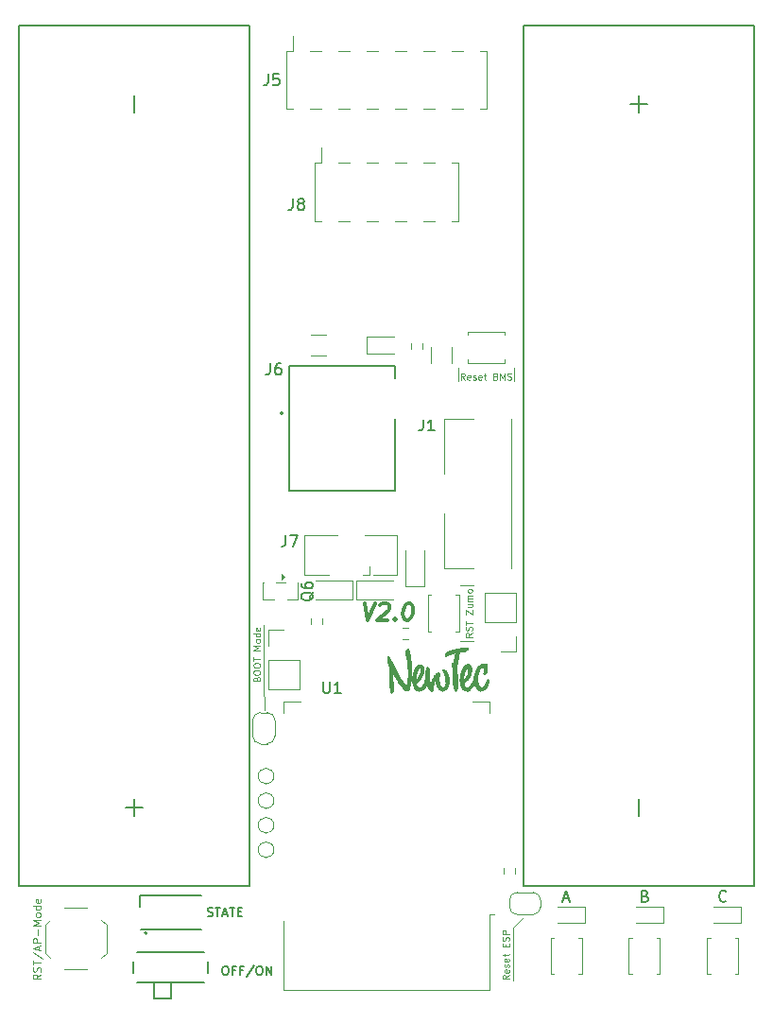
<source format=gbr>
%TF.GenerationSoftware,KiCad,Pcbnew,9.0.5*%
%TF.CreationDate,2026-01-12T16:44:52+01:00*%
%TF.ProjectId,ZumoComSystem,5a756d6f-436f-46d5-9379-7374656d2e6b,V1.2*%
%TF.SameCoordinates,Original*%
%TF.FileFunction,Legend,Top*%
%TF.FilePolarity,Positive*%
%FSLAX45Y45*%
G04 Gerber Fmt 4.5, Leading zero omitted, Abs format (unit mm)*
G04 Created by KiCad (PCBNEW 9.0.5) date 2026-01-12 16:44:52*
%MOMM*%
%LPD*%
G01*
G04 APERTURE LIST*
%ADD10C,0.120000*%
%ADD11C,0.150000*%
%ADD12C,0.300000*%
%ADD13C,0.010000*%
%ADD14C,0.127000*%
%ADD15C,0.200000*%
G04 APERTURE END LIST*
D10*
X13600000Y-11690000D02*
X13600000Y-11177500D01*
X15357500Y-10820000D02*
X15477500Y-10820000D01*
X15830000Y-13890000D02*
X15925000Y-13795000D01*
X15340000Y-8875000D02*
X15340000Y-8990000D01*
X15830000Y-14360000D02*
X15830000Y-13890000D01*
X13610000Y-11940000D02*
X13600000Y-11690000D01*
X15360000Y-11320000D02*
X15475000Y-11320000D01*
X15840000Y-8872500D02*
X15840000Y-8992500D01*
X11601759Y-14306667D02*
X11568426Y-14330000D01*
X11601759Y-14346667D02*
X11531759Y-14346667D01*
X11531759Y-14346667D02*
X11531759Y-14320000D01*
X11531759Y-14320000D02*
X11535093Y-14313333D01*
X11535093Y-14313333D02*
X11538426Y-14310000D01*
X11538426Y-14310000D02*
X11545093Y-14306667D01*
X11545093Y-14306667D02*
X11555093Y-14306667D01*
X11555093Y-14306667D02*
X11561759Y-14310000D01*
X11561759Y-14310000D02*
X11565093Y-14313333D01*
X11565093Y-14313333D02*
X11568426Y-14320000D01*
X11568426Y-14320000D02*
X11568426Y-14346667D01*
X11598426Y-14280000D02*
X11601759Y-14270000D01*
X11601759Y-14270000D02*
X11601759Y-14253333D01*
X11601759Y-14253333D02*
X11598426Y-14246667D01*
X11598426Y-14246667D02*
X11595093Y-14243333D01*
X11595093Y-14243333D02*
X11588426Y-14240000D01*
X11588426Y-14240000D02*
X11581759Y-14240000D01*
X11581759Y-14240000D02*
X11575093Y-14243333D01*
X11575093Y-14243333D02*
X11571759Y-14246667D01*
X11571759Y-14246667D02*
X11568426Y-14253333D01*
X11568426Y-14253333D02*
X11565093Y-14266667D01*
X11565093Y-14266667D02*
X11561759Y-14273333D01*
X11561759Y-14273333D02*
X11558426Y-14276667D01*
X11558426Y-14276667D02*
X11551759Y-14280000D01*
X11551759Y-14280000D02*
X11545093Y-14280000D01*
X11545093Y-14280000D02*
X11538426Y-14276667D01*
X11538426Y-14276667D02*
X11535093Y-14273333D01*
X11535093Y-14273333D02*
X11531759Y-14266667D01*
X11531759Y-14266667D02*
X11531759Y-14250000D01*
X11531759Y-14250000D02*
X11535093Y-14240000D01*
X11531759Y-14220000D02*
X11531759Y-14180000D01*
X11601759Y-14200000D02*
X11531759Y-14200000D01*
X11528426Y-14106667D02*
X11618426Y-14166667D01*
X11581759Y-14086667D02*
X11581759Y-14053333D01*
X11601759Y-14093333D02*
X11531759Y-14070000D01*
X11531759Y-14070000D02*
X11601759Y-14046667D01*
X11601759Y-14023333D02*
X11531759Y-14023333D01*
X11531759Y-14023333D02*
X11531759Y-13996667D01*
X11531759Y-13996667D02*
X11535093Y-13990000D01*
X11535093Y-13990000D02*
X11538426Y-13986667D01*
X11538426Y-13986667D02*
X11545093Y-13983333D01*
X11545093Y-13983333D02*
X11555093Y-13983333D01*
X11555093Y-13983333D02*
X11561759Y-13986667D01*
X11561759Y-13986667D02*
X11565093Y-13990000D01*
X11565093Y-13990000D02*
X11568426Y-13996667D01*
X11568426Y-13996667D02*
X11568426Y-14023333D01*
X11575093Y-13953333D02*
X11575093Y-13900000D01*
X11601759Y-13866667D02*
X11531759Y-13866667D01*
X11531759Y-13866667D02*
X11581759Y-13843333D01*
X11581759Y-13843333D02*
X11531759Y-13820000D01*
X11531759Y-13820000D02*
X11601759Y-13820000D01*
X11601759Y-13776667D02*
X11598426Y-13783333D01*
X11598426Y-13783333D02*
X11595093Y-13786667D01*
X11595093Y-13786667D02*
X11588426Y-13790000D01*
X11588426Y-13790000D02*
X11568426Y-13790000D01*
X11568426Y-13790000D02*
X11561759Y-13786667D01*
X11561759Y-13786667D02*
X11558426Y-13783333D01*
X11558426Y-13783333D02*
X11555093Y-13776667D01*
X11555093Y-13776667D02*
X11555093Y-13766667D01*
X11555093Y-13766667D02*
X11558426Y-13760000D01*
X11558426Y-13760000D02*
X11561759Y-13756667D01*
X11561759Y-13756667D02*
X11568426Y-13753333D01*
X11568426Y-13753333D02*
X11588426Y-13753333D01*
X11588426Y-13753333D02*
X11595093Y-13756667D01*
X11595093Y-13756667D02*
X11598426Y-13760000D01*
X11598426Y-13760000D02*
X11601759Y-13766667D01*
X11601759Y-13766667D02*
X11601759Y-13776667D01*
X11601759Y-13693333D02*
X11531759Y-13693333D01*
X11598426Y-13693333D02*
X11601759Y-13700000D01*
X11601759Y-13700000D02*
X11601759Y-13713333D01*
X11601759Y-13713333D02*
X11598426Y-13720000D01*
X11598426Y-13720000D02*
X11595093Y-13723333D01*
X11595093Y-13723333D02*
X11588426Y-13726667D01*
X11588426Y-13726667D02*
X11568426Y-13726667D01*
X11568426Y-13726667D02*
X11561759Y-13723333D01*
X11561759Y-13723333D02*
X11558426Y-13720000D01*
X11558426Y-13720000D02*
X11555093Y-13713333D01*
X11555093Y-13713333D02*
X11555093Y-13700000D01*
X11555093Y-13700000D02*
X11558426Y-13693333D01*
X11598426Y-13633333D02*
X11601759Y-13640000D01*
X11601759Y-13640000D02*
X11601759Y-13653333D01*
X11601759Y-13653333D02*
X11598426Y-13660000D01*
X11598426Y-13660000D02*
X11591759Y-13663333D01*
X11591759Y-13663333D02*
X11565093Y-13663333D01*
X11565093Y-13663333D02*
X11558426Y-13660000D01*
X11558426Y-13660000D02*
X11555093Y-13653333D01*
X11555093Y-13653333D02*
X11555093Y-13640000D01*
X11555093Y-13640000D02*
X11558426Y-13633333D01*
X11558426Y-13633333D02*
X11565093Y-13630000D01*
X11565093Y-13630000D02*
X11571759Y-13630000D01*
X11571759Y-13630000D02*
X11578426Y-13663333D01*
D11*
X13248095Y-14231229D02*
X13263333Y-14231229D01*
X13263333Y-14231229D02*
X13270952Y-14235039D01*
X13270952Y-14235039D02*
X13278571Y-14242658D01*
X13278571Y-14242658D02*
X13282381Y-14257896D01*
X13282381Y-14257896D02*
X13282381Y-14284563D01*
X13282381Y-14284563D02*
X13278571Y-14299801D01*
X13278571Y-14299801D02*
X13270952Y-14307420D01*
X13270952Y-14307420D02*
X13263333Y-14311229D01*
X13263333Y-14311229D02*
X13248095Y-14311229D01*
X13248095Y-14311229D02*
X13240476Y-14307420D01*
X13240476Y-14307420D02*
X13232857Y-14299801D01*
X13232857Y-14299801D02*
X13229048Y-14284563D01*
X13229048Y-14284563D02*
X13229048Y-14257896D01*
X13229048Y-14257896D02*
X13232857Y-14242658D01*
X13232857Y-14242658D02*
X13240476Y-14235039D01*
X13240476Y-14235039D02*
X13248095Y-14231229D01*
X13343333Y-14269325D02*
X13316667Y-14269325D01*
X13316667Y-14311229D02*
X13316667Y-14231229D01*
X13316667Y-14231229D02*
X13354762Y-14231229D01*
X13411905Y-14269325D02*
X13385238Y-14269325D01*
X13385238Y-14311229D02*
X13385238Y-14231229D01*
X13385238Y-14231229D02*
X13423333Y-14231229D01*
X13510952Y-14227420D02*
X13442381Y-14330277D01*
X13552857Y-14231229D02*
X13568095Y-14231229D01*
X13568095Y-14231229D02*
X13575714Y-14235039D01*
X13575714Y-14235039D02*
X13583333Y-14242658D01*
X13583333Y-14242658D02*
X13587143Y-14257896D01*
X13587143Y-14257896D02*
X13587143Y-14284563D01*
X13587143Y-14284563D02*
X13583333Y-14299801D01*
X13583333Y-14299801D02*
X13575714Y-14307420D01*
X13575714Y-14307420D02*
X13568095Y-14311229D01*
X13568095Y-14311229D02*
X13552857Y-14311229D01*
X13552857Y-14311229D02*
X13545238Y-14307420D01*
X13545238Y-14307420D02*
X13537619Y-14299801D01*
X13537619Y-14299801D02*
X13533809Y-14284563D01*
X13533809Y-14284563D02*
X13533809Y-14257896D01*
X13533809Y-14257896D02*
X13537619Y-14242658D01*
X13537619Y-14242658D02*
X13545238Y-14235039D01*
X13545238Y-14235039D02*
X13552857Y-14231229D01*
X13621428Y-14311229D02*
X13621428Y-14231229D01*
X13621428Y-14231229D02*
X13667143Y-14311229D01*
X13667143Y-14311229D02*
X13667143Y-14231229D01*
X17740952Y-13645458D02*
X17736190Y-13650220D01*
X17736190Y-13650220D02*
X17721905Y-13654982D01*
X17721905Y-13654982D02*
X17712381Y-13654982D01*
X17712381Y-13654982D02*
X17698095Y-13650220D01*
X17698095Y-13650220D02*
X17688571Y-13640696D01*
X17688571Y-13640696D02*
X17683810Y-13631172D01*
X17683810Y-13631172D02*
X17679048Y-13612125D01*
X17679048Y-13612125D02*
X17679048Y-13597839D01*
X17679048Y-13597839D02*
X17683810Y-13578791D01*
X17683810Y-13578791D02*
X17688571Y-13569268D01*
X17688571Y-13569268D02*
X17698095Y-13559744D01*
X17698095Y-13559744D02*
X17712381Y-13554982D01*
X17712381Y-13554982D02*
X17721905Y-13554982D01*
X17721905Y-13554982D02*
X17736190Y-13559744D01*
X17736190Y-13559744D02*
X17740952Y-13564506D01*
X17017143Y-13603101D02*
X17031429Y-13607863D01*
X17031429Y-13607863D02*
X17036190Y-13612625D01*
X17036190Y-13612625D02*
X17040952Y-13622148D01*
X17040952Y-13622148D02*
X17040952Y-13636434D01*
X17040952Y-13636434D02*
X17036190Y-13645958D01*
X17036190Y-13645958D02*
X17031429Y-13650720D01*
X17031429Y-13650720D02*
X17021905Y-13655482D01*
X17021905Y-13655482D02*
X16983810Y-13655482D01*
X16983810Y-13655482D02*
X16983810Y-13555482D01*
X16983810Y-13555482D02*
X17017143Y-13555482D01*
X17017143Y-13555482D02*
X17026667Y-13560244D01*
X17026667Y-13560244D02*
X17031429Y-13565006D01*
X17031429Y-13565006D02*
X17036190Y-13574529D01*
X17036190Y-13574529D02*
X17036190Y-13584053D01*
X17036190Y-13584053D02*
X17031429Y-13593577D01*
X17031429Y-13593577D02*
X17026667Y-13598339D01*
X17026667Y-13598339D02*
X17017143Y-13603101D01*
X17017143Y-13603101D02*
X16983810Y-13603101D01*
D10*
X15400000Y-8982133D02*
X15380000Y-8953562D01*
X15365714Y-8982133D02*
X15365714Y-8922133D01*
X15365714Y-8922133D02*
X15388571Y-8922133D01*
X15388571Y-8922133D02*
X15394286Y-8924990D01*
X15394286Y-8924990D02*
X15397143Y-8927847D01*
X15397143Y-8927847D02*
X15400000Y-8933562D01*
X15400000Y-8933562D02*
X15400000Y-8942133D01*
X15400000Y-8942133D02*
X15397143Y-8947847D01*
X15397143Y-8947847D02*
X15394286Y-8950705D01*
X15394286Y-8950705D02*
X15388571Y-8953562D01*
X15388571Y-8953562D02*
X15365714Y-8953562D01*
X15448571Y-8979276D02*
X15442857Y-8982133D01*
X15442857Y-8982133D02*
X15431429Y-8982133D01*
X15431429Y-8982133D02*
X15425714Y-8979276D01*
X15425714Y-8979276D02*
X15422857Y-8973562D01*
X15422857Y-8973562D02*
X15422857Y-8950705D01*
X15422857Y-8950705D02*
X15425714Y-8944990D01*
X15425714Y-8944990D02*
X15431429Y-8942133D01*
X15431429Y-8942133D02*
X15442857Y-8942133D01*
X15442857Y-8942133D02*
X15448571Y-8944990D01*
X15448571Y-8944990D02*
X15451429Y-8950705D01*
X15451429Y-8950705D02*
X15451429Y-8956419D01*
X15451429Y-8956419D02*
X15422857Y-8962133D01*
X15474286Y-8979276D02*
X15480000Y-8982133D01*
X15480000Y-8982133D02*
X15491429Y-8982133D01*
X15491429Y-8982133D02*
X15497143Y-8979276D01*
X15497143Y-8979276D02*
X15500000Y-8973562D01*
X15500000Y-8973562D02*
X15500000Y-8970705D01*
X15500000Y-8970705D02*
X15497143Y-8964990D01*
X15497143Y-8964990D02*
X15491429Y-8962133D01*
X15491429Y-8962133D02*
X15482857Y-8962133D01*
X15482857Y-8962133D02*
X15477143Y-8959276D01*
X15477143Y-8959276D02*
X15474286Y-8953562D01*
X15474286Y-8953562D02*
X15474286Y-8950705D01*
X15474286Y-8950705D02*
X15477143Y-8944990D01*
X15477143Y-8944990D02*
X15482857Y-8942133D01*
X15482857Y-8942133D02*
X15491429Y-8942133D01*
X15491429Y-8942133D02*
X15497143Y-8944990D01*
X15548571Y-8979276D02*
X15542857Y-8982133D01*
X15542857Y-8982133D02*
X15531429Y-8982133D01*
X15531429Y-8982133D02*
X15525714Y-8979276D01*
X15525714Y-8979276D02*
X15522857Y-8973562D01*
X15522857Y-8973562D02*
X15522857Y-8950705D01*
X15522857Y-8950705D02*
X15525714Y-8944990D01*
X15525714Y-8944990D02*
X15531429Y-8942133D01*
X15531429Y-8942133D02*
X15542857Y-8942133D01*
X15542857Y-8942133D02*
X15548571Y-8944990D01*
X15548571Y-8944990D02*
X15551429Y-8950705D01*
X15551429Y-8950705D02*
X15551429Y-8956419D01*
X15551429Y-8956419D02*
X15522857Y-8962133D01*
X15568571Y-8942133D02*
X15591429Y-8942133D01*
X15577143Y-8922133D02*
X15577143Y-8973562D01*
X15577143Y-8973562D02*
X15580000Y-8979276D01*
X15580000Y-8979276D02*
X15585714Y-8982133D01*
X15585714Y-8982133D02*
X15591429Y-8982133D01*
X15677143Y-8950705D02*
X15685714Y-8953562D01*
X15685714Y-8953562D02*
X15688571Y-8956419D01*
X15688571Y-8956419D02*
X15691429Y-8962133D01*
X15691429Y-8962133D02*
X15691429Y-8970705D01*
X15691429Y-8970705D02*
X15688571Y-8976419D01*
X15688571Y-8976419D02*
X15685714Y-8979276D01*
X15685714Y-8979276D02*
X15680000Y-8982133D01*
X15680000Y-8982133D02*
X15657143Y-8982133D01*
X15657143Y-8982133D02*
X15657143Y-8922133D01*
X15657143Y-8922133D02*
X15677143Y-8922133D01*
X15677143Y-8922133D02*
X15682857Y-8924990D01*
X15682857Y-8924990D02*
X15685714Y-8927847D01*
X15685714Y-8927847D02*
X15688571Y-8933562D01*
X15688571Y-8933562D02*
X15688571Y-8939276D01*
X15688571Y-8939276D02*
X15685714Y-8944990D01*
X15685714Y-8944990D02*
X15682857Y-8947847D01*
X15682857Y-8947847D02*
X15677143Y-8950705D01*
X15677143Y-8950705D02*
X15657143Y-8950705D01*
X15717143Y-8982133D02*
X15717143Y-8922133D01*
X15717143Y-8922133D02*
X15737143Y-8964990D01*
X15737143Y-8964990D02*
X15757143Y-8922133D01*
X15757143Y-8922133D02*
X15757143Y-8982133D01*
X15782857Y-8979276D02*
X15791429Y-8982133D01*
X15791429Y-8982133D02*
X15805714Y-8982133D01*
X15805714Y-8982133D02*
X15811429Y-8979276D01*
X15811429Y-8979276D02*
X15814286Y-8976419D01*
X15814286Y-8976419D02*
X15817143Y-8970705D01*
X15817143Y-8970705D02*
X15817143Y-8964990D01*
X15817143Y-8964990D02*
X15814286Y-8959276D01*
X15814286Y-8959276D02*
X15811429Y-8956419D01*
X15811429Y-8956419D02*
X15805714Y-8953562D01*
X15805714Y-8953562D02*
X15794286Y-8950705D01*
X15794286Y-8950705D02*
X15788571Y-8947847D01*
X15788571Y-8947847D02*
X15785714Y-8944990D01*
X15785714Y-8944990D02*
X15782857Y-8939276D01*
X15782857Y-8939276D02*
X15782857Y-8933562D01*
X15782857Y-8933562D02*
X15785714Y-8927847D01*
X15785714Y-8927847D02*
X15788571Y-8924990D01*
X15788571Y-8924990D02*
X15794286Y-8922133D01*
X15794286Y-8922133D02*
X15808571Y-8922133D01*
X15808571Y-8922133D02*
X15817143Y-8924990D01*
D11*
X16281190Y-13626410D02*
X16328809Y-13626410D01*
X16271667Y-13654982D02*
X16305000Y-13554982D01*
X16305000Y-13554982D02*
X16338333Y-13654982D01*
X13095714Y-13782420D02*
X13107143Y-13786229D01*
X13107143Y-13786229D02*
X13126190Y-13786229D01*
X13126190Y-13786229D02*
X13133809Y-13782420D01*
X13133809Y-13782420D02*
X13137619Y-13778610D01*
X13137619Y-13778610D02*
X13141428Y-13770991D01*
X13141428Y-13770991D02*
X13141428Y-13763372D01*
X13141428Y-13763372D02*
X13137619Y-13755753D01*
X13137619Y-13755753D02*
X13133809Y-13751944D01*
X13133809Y-13751944D02*
X13126190Y-13748134D01*
X13126190Y-13748134D02*
X13110952Y-13744325D01*
X13110952Y-13744325D02*
X13103333Y-13740515D01*
X13103333Y-13740515D02*
X13099524Y-13736706D01*
X13099524Y-13736706D02*
X13095714Y-13729087D01*
X13095714Y-13729087D02*
X13095714Y-13721468D01*
X13095714Y-13721468D02*
X13099524Y-13713848D01*
X13099524Y-13713848D02*
X13103333Y-13710039D01*
X13103333Y-13710039D02*
X13110952Y-13706229D01*
X13110952Y-13706229D02*
X13130000Y-13706229D01*
X13130000Y-13706229D02*
X13141428Y-13710039D01*
X13164286Y-13706229D02*
X13210000Y-13706229D01*
X13187143Y-13786229D02*
X13187143Y-13706229D01*
X13232857Y-13763372D02*
X13270952Y-13763372D01*
X13225238Y-13786229D02*
X13251905Y-13706229D01*
X13251905Y-13706229D02*
X13278571Y-13786229D01*
X13293809Y-13706229D02*
X13339524Y-13706229D01*
X13316667Y-13786229D02*
X13316667Y-13706229D01*
X13366190Y-13744325D02*
X13392857Y-13744325D01*
X13404286Y-13786229D02*
X13366190Y-13786229D01*
X13366190Y-13786229D02*
X13366190Y-13706229D01*
X13366190Y-13706229D02*
X13404286Y-13706229D01*
D10*
X15467133Y-11248571D02*
X15438562Y-11268571D01*
X15467133Y-11282857D02*
X15407133Y-11282857D01*
X15407133Y-11282857D02*
X15407133Y-11260000D01*
X15407133Y-11260000D02*
X15409990Y-11254286D01*
X15409990Y-11254286D02*
X15412847Y-11251429D01*
X15412847Y-11251429D02*
X15418562Y-11248571D01*
X15418562Y-11248571D02*
X15427133Y-11248571D01*
X15427133Y-11248571D02*
X15432847Y-11251429D01*
X15432847Y-11251429D02*
X15435704Y-11254286D01*
X15435704Y-11254286D02*
X15438562Y-11260000D01*
X15438562Y-11260000D02*
X15438562Y-11282857D01*
X15464276Y-11225714D02*
X15467133Y-11217143D01*
X15467133Y-11217143D02*
X15467133Y-11202857D01*
X15467133Y-11202857D02*
X15464276Y-11197143D01*
X15464276Y-11197143D02*
X15461419Y-11194286D01*
X15461419Y-11194286D02*
X15455704Y-11191429D01*
X15455704Y-11191429D02*
X15449990Y-11191429D01*
X15449990Y-11191429D02*
X15444276Y-11194286D01*
X15444276Y-11194286D02*
X15441419Y-11197143D01*
X15441419Y-11197143D02*
X15438562Y-11202857D01*
X15438562Y-11202857D02*
X15435704Y-11214286D01*
X15435704Y-11214286D02*
X15432847Y-11220000D01*
X15432847Y-11220000D02*
X15429990Y-11222857D01*
X15429990Y-11222857D02*
X15424276Y-11225714D01*
X15424276Y-11225714D02*
X15418562Y-11225714D01*
X15418562Y-11225714D02*
X15412847Y-11222857D01*
X15412847Y-11222857D02*
X15409990Y-11220000D01*
X15409990Y-11220000D02*
X15407133Y-11214286D01*
X15407133Y-11214286D02*
X15407133Y-11200000D01*
X15407133Y-11200000D02*
X15409990Y-11191429D01*
X15407133Y-11174286D02*
X15407133Y-11140000D01*
X15467133Y-11157143D02*
X15407133Y-11157143D01*
X15407133Y-11080000D02*
X15407133Y-11040000D01*
X15407133Y-11040000D02*
X15467133Y-11080000D01*
X15467133Y-11080000D02*
X15467133Y-11040000D01*
X15427133Y-10991429D02*
X15467133Y-10991429D01*
X15427133Y-11017143D02*
X15458562Y-11017143D01*
X15458562Y-11017143D02*
X15464276Y-11014286D01*
X15464276Y-11014286D02*
X15467133Y-11008571D01*
X15467133Y-11008571D02*
X15467133Y-11000000D01*
X15467133Y-11000000D02*
X15464276Y-10994286D01*
X15464276Y-10994286D02*
X15461419Y-10991429D01*
X15467133Y-10962857D02*
X15427133Y-10962857D01*
X15432847Y-10962857D02*
X15429990Y-10960000D01*
X15429990Y-10960000D02*
X15427133Y-10954286D01*
X15427133Y-10954286D02*
X15427133Y-10945714D01*
X15427133Y-10945714D02*
X15429990Y-10940000D01*
X15429990Y-10940000D02*
X15435704Y-10937143D01*
X15435704Y-10937143D02*
X15467133Y-10937143D01*
X15435704Y-10937143D02*
X15429990Y-10934286D01*
X15429990Y-10934286D02*
X15427133Y-10928571D01*
X15427133Y-10928571D02*
X15427133Y-10920000D01*
X15427133Y-10920000D02*
X15429990Y-10914286D01*
X15429990Y-10914286D02*
X15435704Y-10911429D01*
X15435704Y-10911429D02*
X15467133Y-10911429D01*
X15467133Y-10874286D02*
X15464276Y-10880000D01*
X15464276Y-10880000D02*
X15461419Y-10882857D01*
X15461419Y-10882857D02*
X15455704Y-10885714D01*
X15455704Y-10885714D02*
X15438562Y-10885714D01*
X15438562Y-10885714D02*
X15432847Y-10882857D01*
X15432847Y-10882857D02*
X15429990Y-10880000D01*
X15429990Y-10880000D02*
X15427133Y-10874286D01*
X15427133Y-10874286D02*
X15427133Y-10865714D01*
X15427133Y-10865714D02*
X15429990Y-10860000D01*
X15429990Y-10860000D02*
X15432847Y-10857143D01*
X15432847Y-10857143D02*
X15438562Y-10854286D01*
X15438562Y-10854286D02*
X15455704Y-10854286D01*
X15455704Y-10854286D02*
X15461419Y-10857143D01*
X15461419Y-10857143D02*
X15464276Y-10860000D01*
X15464276Y-10860000D02*
X15467133Y-10865714D01*
X15467133Y-10865714D02*
X15467133Y-10874286D01*
X13535704Y-11658571D02*
X13538562Y-11650000D01*
X13538562Y-11650000D02*
X13541419Y-11647143D01*
X13541419Y-11647143D02*
X13547133Y-11644286D01*
X13547133Y-11644286D02*
X13555704Y-11644286D01*
X13555704Y-11644286D02*
X13561419Y-11647143D01*
X13561419Y-11647143D02*
X13564276Y-11650000D01*
X13564276Y-11650000D02*
X13567133Y-11655714D01*
X13567133Y-11655714D02*
X13567133Y-11678571D01*
X13567133Y-11678571D02*
X13507133Y-11678571D01*
X13507133Y-11678571D02*
X13507133Y-11658571D01*
X13507133Y-11658571D02*
X13509990Y-11652857D01*
X13509990Y-11652857D02*
X13512847Y-11650000D01*
X13512847Y-11650000D02*
X13518562Y-11647143D01*
X13518562Y-11647143D02*
X13524276Y-11647143D01*
X13524276Y-11647143D02*
X13529990Y-11650000D01*
X13529990Y-11650000D02*
X13532847Y-11652857D01*
X13532847Y-11652857D02*
X13535704Y-11658571D01*
X13535704Y-11658571D02*
X13535704Y-11678571D01*
X13507133Y-11607143D02*
X13507133Y-11595714D01*
X13507133Y-11595714D02*
X13509990Y-11590000D01*
X13509990Y-11590000D02*
X13515704Y-11584286D01*
X13515704Y-11584286D02*
X13527133Y-11581428D01*
X13527133Y-11581428D02*
X13547133Y-11581428D01*
X13547133Y-11581428D02*
X13558562Y-11584286D01*
X13558562Y-11584286D02*
X13564276Y-11590000D01*
X13564276Y-11590000D02*
X13567133Y-11595714D01*
X13567133Y-11595714D02*
X13567133Y-11607143D01*
X13567133Y-11607143D02*
X13564276Y-11612857D01*
X13564276Y-11612857D02*
X13558562Y-11618571D01*
X13558562Y-11618571D02*
X13547133Y-11621428D01*
X13547133Y-11621428D02*
X13527133Y-11621428D01*
X13527133Y-11621428D02*
X13515704Y-11618571D01*
X13515704Y-11618571D02*
X13509990Y-11612857D01*
X13509990Y-11612857D02*
X13507133Y-11607143D01*
X13507133Y-11544286D02*
X13507133Y-11532857D01*
X13507133Y-11532857D02*
X13509990Y-11527143D01*
X13509990Y-11527143D02*
X13515704Y-11521428D01*
X13515704Y-11521428D02*
X13527133Y-11518571D01*
X13527133Y-11518571D02*
X13547133Y-11518571D01*
X13547133Y-11518571D02*
X13558562Y-11521428D01*
X13558562Y-11521428D02*
X13564276Y-11527143D01*
X13564276Y-11527143D02*
X13567133Y-11532857D01*
X13567133Y-11532857D02*
X13567133Y-11544286D01*
X13567133Y-11544286D02*
X13564276Y-11550000D01*
X13564276Y-11550000D02*
X13558562Y-11555714D01*
X13558562Y-11555714D02*
X13547133Y-11558571D01*
X13547133Y-11558571D02*
X13527133Y-11558571D01*
X13527133Y-11558571D02*
X13515704Y-11555714D01*
X13515704Y-11555714D02*
X13509990Y-11550000D01*
X13509990Y-11550000D02*
X13507133Y-11544286D01*
X13507133Y-11501429D02*
X13507133Y-11467143D01*
X13567133Y-11484286D02*
X13507133Y-11484286D01*
X13567133Y-11401428D02*
X13507133Y-11401428D01*
X13507133Y-11401428D02*
X13549990Y-11381428D01*
X13549990Y-11381428D02*
X13507133Y-11361428D01*
X13507133Y-11361428D02*
X13567133Y-11361428D01*
X13567133Y-11324286D02*
X13564276Y-11330000D01*
X13564276Y-11330000D02*
X13561419Y-11332857D01*
X13561419Y-11332857D02*
X13555704Y-11335714D01*
X13555704Y-11335714D02*
X13538562Y-11335714D01*
X13538562Y-11335714D02*
X13532847Y-11332857D01*
X13532847Y-11332857D02*
X13529990Y-11330000D01*
X13529990Y-11330000D02*
X13527133Y-11324286D01*
X13527133Y-11324286D02*
X13527133Y-11315714D01*
X13527133Y-11315714D02*
X13529990Y-11310000D01*
X13529990Y-11310000D02*
X13532847Y-11307143D01*
X13532847Y-11307143D02*
X13538562Y-11304286D01*
X13538562Y-11304286D02*
X13555704Y-11304286D01*
X13555704Y-11304286D02*
X13561419Y-11307143D01*
X13561419Y-11307143D02*
X13564276Y-11310000D01*
X13564276Y-11310000D02*
X13567133Y-11315714D01*
X13567133Y-11315714D02*
X13567133Y-11324286D01*
X13567133Y-11252857D02*
X13507133Y-11252857D01*
X13564276Y-11252857D02*
X13567133Y-11258571D01*
X13567133Y-11258571D02*
X13567133Y-11270000D01*
X13567133Y-11270000D02*
X13564276Y-11275714D01*
X13564276Y-11275714D02*
X13561419Y-11278571D01*
X13561419Y-11278571D02*
X13555704Y-11281429D01*
X13555704Y-11281429D02*
X13538562Y-11281429D01*
X13538562Y-11281429D02*
X13532847Y-11278571D01*
X13532847Y-11278571D02*
X13529990Y-11275714D01*
X13529990Y-11275714D02*
X13527133Y-11270000D01*
X13527133Y-11270000D02*
X13527133Y-11258571D01*
X13527133Y-11258571D02*
X13529990Y-11252857D01*
X13564276Y-11201429D02*
X13567133Y-11207143D01*
X13567133Y-11207143D02*
X13567133Y-11218571D01*
X13567133Y-11218571D02*
X13564276Y-11224286D01*
X13564276Y-11224286D02*
X13558562Y-11227143D01*
X13558562Y-11227143D02*
X13535704Y-11227143D01*
X13535704Y-11227143D02*
X13529990Y-11224286D01*
X13529990Y-11224286D02*
X13527133Y-11218571D01*
X13527133Y-11218571D02*
X13527133Y-11207143D01*
X13527133Y-11207143D02*
X13529990Y-11201429D01*
X13529990Y-11201429D02*
X13535704Y-11198571D01*
X13535704Y-11198571D02*
X13541419Y-11198571D01*
X13541419Y-11198571D02*
X13547133Y-11227143D01*
D12*
X14501286Y-10985833D02*
X14532536Y-11135833D01*
X14532536Y-11135833D02*
X14601286Y-10985833D01*
X14642357Y-11000119D02*
X14650393Y-10992976D01*
X14650393Y-10992976D02*
X14665571Y-10985833D01*
X14665571Y-10985833D02*
X14701286Y-10985833D01*
X14701286Y-10985833D02*
X14714678Y-10992976D01*
X14714678Y-10992976D02*
X14720928Y-11000119D01*
X14720928Y-11000119D02*
X14726286Y-11014404D01*
X14726286Y-11014404D02*
X14724500Y-11028690D01*
X14724500Y-11028690D02*
X14714678Y-11050119D01*
X14714678Y-11050119D02*
X14618250Y-11135833D01*
X14618250Y-11135833D02*
X14711107Y-11135833D01*
X14777178Y-11121547D02*
X14783428Y-11128690D01*
X14783428Y-11128690D02*
X14775393Y-11135833D01*
X14775393Y-11135833D02*
X14769143Y-11128690D01*
X14769143Y-11128690D02*
X14777178Y-11121547D01*
X14777178Y-11121547D02*
X14775393Y-11135833D01*
X14894143Y-10985833D02*
X14908428Y-10985833D01*
X14908428Y-10985833D02*
X14921821Y-10992976D01*
X14921821Y-10992976D02*
X14928071Y-11000119D01*
X14928071Y-11000119D02*
X14933428Y-11014404D01*
X14933428Y-11014404D02*
X14937000Y-11042976D01*
X14937000Y-11042976D02*
X14932536Y-11078690D01*
X14932536Y-11078690D02*
X14921821Y-11107261D01*
X14921821Y-11107261D02*
X14912893Y-11121547D01*
X14912893Y-11121547D02*
X14904857Y-11128690D01*
X14904857Y-11128690D02*
X14889678Y-11135833D01*
X14889678Y-11135833D02*
X14875393Y-11135833D01*
X14875393Y-11135833D02*
X14862000Y-11128690D01*
X14862000Y-11128690D02*
X14855750Y-11121547D01*
X14855750Y-11121547D02*
X14850393Y-11107261D01*
X14850393Y-11107261D02*
X14846821Y-11078690D01*
X14846821Y-11078690D02*
X14851286Y-11042976D01*
X14851286Y-11042976D02*
X14862000Y-11014404D01*
X14862000Y-11014404D02*
X14870928Y-11000119D01*
X14870928Y-11000119D02*
X14878964Y-10992976D01*
X14878964Y-10992976D02*
X14894143Y-10985833D01*
D10*
X15797133Y-14312857D02*
X15768562Y-14332857D01*
X15797133Y-14347143D02*
X15737133Y-14347143D01*
X15737133Y-14347143D02*
X15737133Y-14324286D01*
X15737133Y-14324286D02*
X15739990Y-14318571D01*
X15739990Y-14318571D02*
X15742847Y-14315714D01*
X15742847Y-14315714D02*
X15748562Y-14312857D01*
X15748562Y-14312857D02*
X15757133Y-14312857D01*
X15757133Y-14312857D02*
X15762847Y-14315714D01*
X15762847Y-14315714D02*
X15765704Y-14318571D01*
X15765704Y-14318571D02*
X15768562Y-14324286D01*
X15768562Y-14324286D02*
X15768562Y-14347143D01*
X15794276Y-14264286D02*
X15797133Y-14270000D01*
X15797133Y-14270000D02*
X15797133Y-14281429D01*
X15797133Y-14281429D02*
X15794276Y-14287143D01*
X15794276Y-14287143D02*
X15788562Y-14290000D01*
X15788562Y-14290000D02*
X15765704Y-14290000D01*
X15765704Y-14290000D02*
X15759990Y-14287143D01*
X15759990Y-14287143D02*
X15757133Y-14281429D01*
X15757133Y-14281429D02*
X15757133Y-14270000D01*
X15757133Y-14270000D02*
X15759990Y-14264286D01*
X15759990Y-14264286D02*
X15765704Y-14261429D01*
X15765704Y-14261429D02*
X15771419Y-14261429D01*
X15771419Y-14261429D02*
X15777133Y-14290000D01*
X15794276Y-14238571D02*
X15797133Y-14232857D01*
X15797133Y-14232857D02*
X15797133Y-14221428D01*
X15797133Y-14221428D02*
X15794276Y-14215714D01*
X15794276Y-14215714D02*
X15788562Y-14212857D01*
X15788562Y-14212857D02*
X15785704Y-14212857D01*
X15785704Y-14212857D02*
X15779990Y-14215714D01*
X15779990Y-14215714D02*
X15777133Y-14221428D01*
X15777133Y-14221428D02*
X15777133Y-14230000D01*
X15777133Y-14230000D02*
X15774276Y-14235714D01*
X15774276Y-14235714D02*
X15768562Y-14238571D01*
X15768562Y-14238571D02*
X15765704Y-14238571D01*
X15765704Y-14238571D02*
X15759990Y-14235714D01*
X15759990Y-14235714D02*
X15757133Y-14230000D01*
X15757133Y-14230000D02*
X15757133Y-14221428D01*
X15757133Y-14221428D02*
X15759990Y-14215714D01*
X15794276Y-14164286D02*
X15797133Y-14170000D01*
X15797133Y-14170000D02*
X15797133Y-14181429D01*
X15797133Y-14181429D02*
X15794276Y-14187143D01*
X15794276Y-14187143D02*
X15788562Y-14190000D01*
X15788562Y-14190000D02*
X15765704Y-14190000D01*
X15765704Y-14190000D02*
X15759990Y-14187143D01*
X15759990Y-14187143D02*
X15757133Y-14181429D01*
X15757133Y-14181429D02*
X15757133Y-14170000D01*
X15757133Y-14170000D02*
X15759990Y-14164286D01*
X15759990Y-14164286D02*
X15765704Y-14161429D01*
X15765704Y-14161429D02*
X15771419Y-14161429D01*
X15771419Y-14161429D02*
X15777133Y-14190000D01*
X15757133Y-14144286D02*
X15757133Y-14121428D01*
X15737133Y-14135714D02*
X15788562Y-14135714D01*
X15788562Y-14135714D02*
X15794276Y-14132857D01*
X15794276Y-14132857D02*
X15797133Y-14127143D01*
X15797133Y-14127143D02*
X15797133Y-14121428D01*
X15765704Y-14055714D02*
X15765704Y-14035714D01*
X15797133Y-14027143D02*
X15797133Y-14055714D01*
X15797133Y-14055714D02*
X15737133Y-14055714D01*
X15737133Y-14055714D02*
X15737133Y-14027143D01*
X15794276Y-14004286D02*
X15797133Y-13995714D01*
X15797133Y-13995714D02*
X15797133Y-13981428D01*
X15797133Y-13981428D02*
X15794276Y-13975714D01*
X15794276Y-13975714D02*
X15791419Y-13972857D01*
X15791419Y-13972857D02*
X15785704Y-13970000D01*
X15785704Y-13970000D02*
X15779990Y-13970000D01*
X15779990Y-13970000D02*
X15774276Y-13972857D01*
X15774276Y-13972857D02*
X15771419Y-13975714D01*
X15771419Y-13975714D02*
X15768562Y-13981428D01*
X15768562Y-13981428D02*
X15765704Y-13992857D01*
X15765704Y-13992857D02*
X15762847Y-13998571D01*
X15762847Y-13998571D02*
X15759990Y-14001428D01*
X15759990Y-14001428D02*
X15754276Y-14004286D01*
X15754276Y-14004286D02*
X15748562Y-14004286D01*
X15748562Y-14004286D02*
X15742847Y-14001428D01*
X15742847Y-14001428D02*
X15739990Y-13998571D01*
X15739990Y-13998571D02*
X15737133Y-13992857D01*
X15737133Y-13992857D02*
X15737133Y-13978571D01*
X15737133Y-13978571D02*
X15739990Y-13970000D01*
X15797133Y-13944286D02*
X15737133Y-13944286D01*
X15737133Y-13944286D02*
X15737133Y-13921428D01*
X15737133Y-13921428D02*
X15739990Y-13915714D01*
X15739990Y-13915714D02*
X15742847Y-13912857D01*
X15742847Y-13912857D02*
X15748562Y-13910000D01*
X15748562Y-13910000D02*
X15757133Y-13910000D01*
X15757133Y-13910000D02*
X15762847Y-13912857D01*
X15762847Y-13912857D02*
X15765704Y-13915714D01*
X15765704Y-13915714D02*
X15768562Y-13921428D01*
X15768562Y-13921428D02*
X15768562Y-13944286D01*
D11*
X13860667Y-7360482D02*
X13860667Y-7431910D01*
X13860667Y-7431910D02*
X13855905Y-7446196D01*
X13855905Y-7446196D02*
X13846381Y-7455720D01*
X13846381Y-7455720D02*
X13832095Y-7460482D01*
X13832095Y-7460482D02*
X13822571Y-7460482D01*
X13922571Y-7403339D02*
X13913048Y-7398577D01*
X13913048Y-7398577D02*
X13908286Y-7393815D01*
X13908286Y-7393815D02*
X13903524Y-7384291D01*
X13903524Y-7384291D02*
X13903524Y-7379529D01*
X13903524Y-7379529D02*
X13908286Y-7370006D01*
X13908286Y-7370006D02*
X13913048Y-7365244D01*
X13913048Y-7365244D02*
X13922571Y-7360482D01*
X13922571Y-7360482D02*
X13941619Y-7360482D01*
X13941619Y-7360482D02*
X13951143Y-7365244D01*
X13951143Y-7365244D02*
X13955905Y-7370006D01*
X13955905Y-7370006D02*
X13960667Y-7379529D01*
X13960667Y-7379529D02*
X13960667Y-7384291D01*
X13960667Y-7384291D02*
X13955905Y-7393815D01*
X13955905Y-7393815D02*
X13951143Y-7398577D01*
X13951143Y-7398577D02*
X13941619Y-7403339D01*
X13941619Y-7403339D02*
X13922571Y-7403339D01*
X13922571Y-7403339D02*
X13913048Y-7408101D01*
X13913048Y-7408101D02*
X13908286Y-7412863D01*
X13908286Y-7412863D02*
X13903524Y-7422387D01*
X13903524Y-7422387D02*
X13903524Y-7441434D01*
X13903524Y-7441434D02*
X13908286Y-7450958D01*
X13908286Y-7450958D02*
X13913048Y-7455720D01*
X13913048Y-7455720D02*
X13922571Y-7460482D01*
X13922571Y-7460482D02*
X13941619Y-7460482D01*
X13941619Y-7460482D02*
X13951143Y-7455720D01*
X13951143Y-7455720D02*
X13955905Y-7450958D01*
X13955905Y-7450958D02*
X13960667Y-7441434D01*
X13960667Y-7441434D02*
X13960667Y-7422387D01*
X13960667Y-7422387D02*
X13955905Y-7412863D01*
X13955905Y-7412863D02*
X13951143Y-7408101D01*
X13951143Y-7408101D02*
X13941619Y-7403339D01*
X14045006Y-10883524D02*
X14040244Y-10893048D01*
X14040244Y-10893048D02*
X14030720Y-10902571D01*
X14030720Y-10902571D02*
X14016434Y-10916857D01*
X14016434Y-10916857D02*
X14011672Y-10926381D01*
X14011672Y-10926381D02*
X14011672Y-10935905D01*
X14035482Y-10931143D02*
X14030720Y-10940667D01*
X14030720Y-10940667D02*
X14021196Y-10950190D01*
X14021196Y-10950190D02*
X14002148Y-10954952D01*
X14002148Y-10954952D02*
X13968815Y-10954952D01*
X13968815Y-10954952D02*
X13949768Y-10950190D01*
X13949768Y-10950190D02*
X13940244Y-10940667D01*
X13940244Y-10940667D02*
X13935482Y-10931143D01*
X13935482Y-10931143D02*
X13935482Y-10912095D01*
X13935482Y-10912095D02*
X13940244Y-10902571D01*
X13940244Y-10902571D02*
X13949768Y-10893048D01*
X13949768Y-10893048D02*
X13968815Y-10888286D01*
X13968815Y-10888286D02*
X14002148Y-10888286D01*
X14002148Y-10888286D02*
X14021196Y-10893048D01*
X14021196Y-10893048D02*
X14030720Y-10902571D01*
X14030720Y-10902571D02*
X14035482Y-10912095D01*
X14035482Y-10912095D02*
X14035482Y-10931143D01*
X13935482Y-10802571D02*
X13935482Y-10821619D01*
X13935482Y-10821619D02*
X13940244Y-10831143D01*
X13940244Y-10831143D02*
X13945006Y-10835905D01*
X13945006Y-10835905D02*
X13959291Y-10845429D01*
X13959291Y-10845429D02*
X13978339Y-10850190D01*
X13978339Y-10850190D02*
X14016434Y-10850190D01*
X14016434Y-10850190D02*
X14025958Y-10845429D01*
X14025958Y-10845429D02*
X14030720Y-10840667D01*
X14030720Y-10840667D02*
X14035482Y-10831143D01*
X14035482Y-10831143D02*
X14035482Y-10812095D01*
X14035482Y-10812095D02*
X14030720Y-10802571D01*
X14030720Y-10802571D02*
X14025958Y-10797810D01*
X14025958Y-10797810D02*
X14016434Y-10793048D01*
X14016434Y-10793048D02*
X13992625Y-10793048D01*
X13992625Y-10793048D02*
X13983101Y-10797810D01*
X13983101Y-10797810D02*
X13978339Y-10802571D01*
X13978339Y-10802571D02*
X13973577Y-10812095D01*
X13973577Y-10812095D02*
X13973577Y-10831143D01*
X13973577Y-10831143D02*
X13978339Y-10840667D01*
X13978339Y-10840667D02*
X13983101Y-10845429D01*
X13983101Y-10845429D02*
X13992625Y-10850190D01*
X13638667Y-6243482D02*
X13638667Y-6314910D01*
X13638667Y-6314910D02*
X13633905Y-6329196D01*
X13633905Y-6329196D02*
X13624381Y-6338720D01*
X13624381Y-6338720D02*
X13610095Y-6343482D01*
X13610095Y-6343482D02*
X13600571Y-6343482D01*
X13733905Y-6243482D02*
X13686286Y-6243482D01*
X13686286Y-6243482D02*
X13681524Y-6291101D01*
X13681524Y-6291101D02*
X13686286Y-6286339D01*
X13686286Y-6286339D02*
X13695809Y-6281577D01*
X13695809Y-6281577D02*
X13719619Y-6281577D01*
X13719619Y-6281577D02*
X13729143Y-6286339D01*
X13729143Y-6286339D02*
X13733905Y-6291101D01*
X13733905Y-6291101D02*
X13738667Y-6300625D01*
X13738667Y-6300625D02*
X13738667Y-6324434D01*
X13738667Y-6324434D02*
X13733905Y-6333958D01*
X13733905Y-6333958D02*
X13729143Y-6338720D01*
X13729143Y-6338720D02*
X13719619Y-6343482D01*
X13719619Y-6343482D02*
X13695809Y-6343482D01*
X13695809Y-6343482D02*
X13686286Y-6338720D01*
X13686286Y-6338720D02*
X13681524Y-6333958D01*
X15026667Y-9335482D02*
X15026667Y-9406910D01*
X15026667Y-9406910D02*
X15021905Y-9421196D01*
X15021905Y-9421196D02*
X15012381Y-9430720D01*
X15012381Y-9430720D02*
X14998095Y-9435482D01*
X14998095Y-9435482D02*
X14988571Y-9435482D01*
X15126667Y-9435482D02*
X15069524Y-9435482D01*
X15098095Y-9435482D02*
X15098095Y-9335482D01*
X15098095Y-9335482D02*
X15088571Y-9349768D01*
X15088571Y-9349768D02*
X15079048Y-9359291D01*
X15079048Y-9359291D02*
X15069524Y-9364053D01*
X13796667Y-10370482D02*
X13796667Y-10441910D01*
X13796667Y-10441910D02*
X13791905Y-10456196D01*
X13791905Y-10456196D02*
X13782381Y-10465720D01*
X13782381Y-10465720D02*
X13768095Y-10470482D01*
X13768095Y-10470482D02*
X13758571Y-10470482D01*
X13834762Y-10370482D02*
X13901428Y-10370482D01*
X13901428Y-10370482D02*
X13858571Y-10470482D01*
X13656667Y-8835482D02*
X13656667Y-8906910D01*
X13656667Y-8906910D02*
X13651905Y-8921196D01*
X13651905Y-8921196D02*
X13642381Y-8930720D01*
X13642381Y-8930720D02*
X13628095Y-8935482D01*
X13628095Y-8935482D02*
X13618571Y-8935482D01*
X13747143Y-8835482D02*
X13728095Y-8835482D01*
X13728095Y-8835482D02*
X13718571Y-8840244D01*
X13718571Y-8840244D02*
X13713809Y-8845006D01*
X13713809Y-8845006D02*
X13704286Y-8859291D01*
X13704286Y-8859291D02*
X13699524Y-8878339D01*
X13699524Y-8878339D02*
X13699524Y-8916434D01*
X13699524Y-8916434D02*
X13704286Y-8925958D01*
X13704286Y-8925958D02*
X13709048Y-8930720D01*
X13709048Y-8930720D02*
X13718571Y-8935482D01*
X13718571Y-8935482D02*
X13737619Y-8935482D01*
X13737619Y-8935482D02*
X13747143Y-8930720D01*
X13747143Y-8930720D02*
X13751905Y-8925958D01*
X13751905Y-8925958D02*
X13756667Y-8916434D01*
X13756667Y-8916434D02*
X13756667Y-8892625D01*
X13756667Y-8892625D02*
X13751905Y-8883101D01*
X13751905Y-8883101D02*
X13747143Y-8878339D01*
X13747143Y-8878339D02*
X13737619Y-8873577D01*
X13737619Y-8873577D02*
X13718571Y-8873577D01*
X13718571Y-8873577D02*
X13709048Y-8878339D01*
X13709048Y-8878339D02*
X13704286Y-8883101D01*
X13704286Y-8883101D02*
X13699524Y-8892625D01*
X14133809Y-11685482D02*
X14133809Y-11766434D01*
X14133809Y-11766434D02*
X14138571Y-11775958D01*
X14138571Y-11775958D02*
X14143333Y-11780720D01*
X14143333Y-11780720D02*
X14152857Y-11785482D01*
X14152857Y-11785482D02*
X14171905Y-11785482D01*
X14171905Y-11785482D02*
X14181428Y-11780720D01*
X14181428Y-11780720D02*
X14186190Y-11775958D01*
X14186190Y-11775958D02*
X14190952Y-11766434D01*
X14190952Y-11766434D02*
X14190952Y-11685482D01*
X14290952Y-11785482D02*
X14233809Y-11785482D01*
X14262381Y-11785482D02*
X14262381Y-11685482D01*
X14262381Y-11685482D02*
X14252857Y-11699768D01*
X14252857Y-11699768D02*
X14243333Y-11709291D01*
X14243333Y-11709291D02*
X14233809Y-11714053D01*
D10*
%TO.C,J8*%
X14059000Y-7560000D02*
X14116000Y-7560000D01*
X14059000Y-7560000D02*
X14059000Y-7040000D01*
X14268000Y-7560000D02*
X14370000Y-7560000D01*
X14522000Y-7560000D02*
X14624000Y-7560000D01*
X14776000Y-7560000D02*
X14878000Y-7560000D01*
X15030000Y-7560000D02*
X15132000Y-7560000D01*
X15284000Y-7560000D02*
X15341000Y-7560000D01*
X15341000Y-7560000D02*
X15341000Y-7040000D01*
X14059000Y-7040000D02*
X14116000Y-7040000D01*
X14116000Y-7040000D02*
X14116000Y-6904000D01*
X14268000Y-7040000D02*
X14370000Y-7040000D01*
X14522000Y-7040000D02*
X14624000Y-7040000D01*
X14776000Y-7040000D02*
X14878000Y-7040000D01*
X15030000Y-7040000D02*
X15132000Y-7040000D01*
X15284000Y-7040000D02*
X15341000Y-7040000D01*
%TO.C,Q6*%
X13788000Y-10744000D02*
X13755000Y-10768000D01*
X13755000Y-10720000D01*
X13788000Y-10744000D01*
G36*
X13788000Y-10744000D02*
G01*
X13755000Y-10768000D01*
X13755000Y-10720000D01*
X13788000Y-10744000D01*
G37*
X13594000Y-10950000D02*
X13594000Y-10798000D01*
X13694000Y-10950000D02*
X13594000Y-10950000D01*
X13906000Y-10950000D02*
X13806000Y-10950000D01*
X13594000Y-10798000D02*
X13599000Y-10798000D01*
X13711000Y-10798000D02*
X13789000Y-10798000D01*
X13901000Y-10798000D02*
X13906000Y-10798000D01*
X13906000Y-10798000D02*
X13906000Y-10950000D01*
%TO.C,J5*%
X13805000Y-6035000D02*
X13862000Y-6035000D01*
X13805000Y-6555000D02*
X13805000Y-6035000D01*
X13805000Y-6555000D02*
X13862000Y-6555000D01*
X13862000Y-6035000D02*
X13862000Y-5899000D01*
X14014000Y-6035000D02*
X14116000Y-6035000D01*
X14014000Y-6555000D02*
X14116000Y-6555000D01*
X14268000Y-6035000D02*
X14370000Y-6035000D01*
X14268000Y-6555000D02*
X14370000Y-6555000D01*
X14522000Y-6035000D02*
X14624000Y-6035000D01*
X14522000Y-6555000D02*
X14624000Y-6555000D01*
X14776000Y-6035000D02*
X14878000Y-6035000D01*
X14776000Y-6555000D02*
X14878000Y-6555000D01*
X15030000Y-6035000D02*
X15132000Y-6035000D01*
X15030000Y-6555000D02*
X15132000Y-6555000D01*
X15284000Y-6035000D02*
X15386000Y-6035000D01*
X15284000Y-6555000D02*
X15386000Y-6555000D01*
X15538000Y-6035000D02*
X15595000Y-6035000D01*
X15538000Y-6555000D02*
X15595000Y-6555000D01*
X15595000Y-6555000D02*
X15595000Y-6035000D01*
%TO.C,SW1*%
X11640000Y-14112500D02*
X11640000Y-13862500D01*
X11685000Y-13817500D02*
X11640000Y-13862500D01*
X11685000Y-14157500D02*
X11640000Y-14112500D01*
X11815000Y-13712500D02*
X12015000Y-13712500D01*
X11815000Y-14262500D02*
X12015000Y-14262500D01*
X12145000Y-13817500D02*
X12190000Y-13862500D01*
X12145000Y-14157500D02*
X12190000Y-14112500D01*
X12190000Y-14112500D02*
X12190000Y-13862500D01*
%TO.C,J1*%
X15218500Y-9330000D02*
X15218500Y-9825000D01*
X15218500Y-9330000D02*
X15478500Y-9330000D01*
X15218500Y-10670000D02*
X15218500Y-10175000D01*
X15218500Y-10670000D02*
X15478500Y-10670000D01*
X15818500Y-9330000D02*
X15818500Y-10670000D01*
D11*
%TO.C,D1*%
X12487500Y-13700000D02*
X12487500Y-13600000D01*
X13037500Y-13600000D02*
X12487500Y-13600000D01*
X13037500Y-13900000D02*
X12497500Y-13900000D01*
D10*
%TO.C,J7*%
X13965000Y-10372500D02*
X14255000Y-10372500D01*
X13965000Y-10727500D02*
X13965000Y-10372500D01*
X14180000Y-10727500D02*
X13965000Y-10727500D01*
X14550000Y-10652500D02*
X14550000Y-10727500D01*
X14550000Y-10727500D02*
X14490000Y-10727500D01*
X14580000Y-10727500D02*
X14795000Y-10727500D01*
X14795000Y-10372500D02*
X14505000Y-10372500D01*
X14795000Y-10727500D02*
X14795000Y-10372500D01*
D13*
%TO.C,Logo1*%
X15417422Y-11376974D02*
X15419325Y-11377192D01*
X15423285Y-11378765D01*
X15425728Y-11381567D01*
X15426539Y-11385360D01*
X15425605Y-11389903D01*
X15425501Y-11390168D01*
X15423747Y-11393074D01*
X15420706Y-11396679D01*
X15416799Y-11400585D01*
X15412449Y-11404392D01*
X15408078Y-11407703D01*
X15404737Y-11409787D01*
X15401646Y-11411342D01*
X15399328Y-11411979D01*
X15396831Y-11411851D01*
X15394619Y-11411422D01*
X15387838Y-11410498D01*
X15380193Y-11410509D01*
X15371326Y-11411467D01*
X15365553Y-11412448D01*
X15354191Y-11414587D01*
X15351611Y-11421855D01*
X15349160Y-11429567D01*
X15346620Y-11439065D01*
X15344030Y-11450110D01*
X15341432Y-11462460D01*
X15338867Y-11475876D01*
X15336375Y-11490116D01*
X15333997Y-11504940D01*
X15331775Y-11520107D01*
X15329748Y-11535376D01*
X15327958Y-11550506D01*
X15326445Y-11565258D01*
X15325557Y-11575436D01*
X15325093Y-11581582D01*
X15324847Y-11586299D01*
X15324840Y-11590181D01*
X15325092Y-11593820D01*
X15325621Y-11597811D01*
X15326447Y-11602747D01*
X15326468Y-11602868D01*
X15329816Y-11623849D01*
X15332245Y-11643554D01*
X15333799Y-11662497D01*
X15334518Y-11681195D01*
X15334447Y-11700162D01*
X15334442Y-11700345D01*
X15333935Y-11714362D01*
X15333116Y-11726472D01*
X15331968Y-11736779D01*
X15330472Y-11745387D01*
X15328609Y-11752398D01*
X15326362Y-11757918D01*
X15323710Y-11762050D01*
X15323356Y-11762467D01*
X15320827Y-11764894D01*
X15318483Y-11765747D01*
X15315580Y-11765183D01*
X15313823Y-11764477D01*
X15311370Y-11762945D01*
X15309229Y-11760479D01*
X15307246Y-11756801D01*
X15305268Y-11751633D01*
X15303403Y-11745608D01*
X15300357Y-11733727D01*
X15297764Y-11720683D01*
X15295614Y-11706359D01*
X15293897Y-11690638D01*
X15292602Y-11673403D01*
X15291719Y-11654537D01*
X15291237Y-11633924D01*
X15291146Y-11611446D01*
X15291162Y-11608448D01*
X15291441Y-11564252D01*
X15287730Y-11554980D01*
X15284599Y-11545914D01*
X15282971Y-11538021D01*
X15282833Y-11531123D01*
X15284173Y-11525041D01*
X15285405Y-11522225D01*
X15287257Y-11519569D01*
X15289403Y-11518712D01*
X15292312Y-11519527D01*
X15293355Y-11520052D01*
X15296870Y-11521937D01*
X15298024Y-11516678D01*
X15298641Y-11513471D01*
X15299405Y-11508920D01*
X15300207Y-11503701D01*
X15300770Y-11499736D01*
X15301399Y-11495699D01*
X15302390Y-11490051D01*
X15303673Y-11483166D01*
X15305174Y-11475420D01*
X15306824Y-11467186D01*
X15308549Y-11458839D01*
X15308906Y-11457149D01*
X15310521Y-11449491D01*
X15311992Y-11442471D01*
X15313266Y-11436334D01*
X15314294Y-11431329D01*
X15315023Y-11427704D01*
X15315404Y-11425704D01*
X15315448Y-11425399D01*
X15314580Y-11424755D01*
X15312984Y-11424552D01*
X15311072Y-11424884D01*
X15307519Y-11425819D01*
X15302595Y-11427269D01*
X15296570Y-11429144D01*
X15289712Y-11431355D01*
X15282292Y-11433811D01*
X15274578Y-11436424D01*
X15266841Y-11439104D01*
X15259350Y-11441762D01*
X15252375Y-11444308D01*
X15246184Y-11446653D01*
X15244983Y-11447122D01*
X15238505Y-11449637D01*
X15233629Y-11451448D01*
X15230083Y-11452636D01*
X15227593Y-11453279D01*
X15225887Y-11453458D01*
X15224693Y-11453253D01*
X15224437Y-11453149D01*
X15222237Y-11451281D01*
X15221288Y-11448148D01*
X15221550Y-11443579D01*
X15221918Y-11441626D01*
X15224509Y-11433681D01*
X15228699Y-11426853D01*
X15234587Y-11421015D01*
X15241870Y-11416259D01*
X15244689Y-11414952D01*
X15249148Y-11413156D01*
X15254942Y-11410974D01*
X15261768Y-11408508D01*
X15269320Y-11405864D01*
X15277296Y-11403143D01*
X15285390Y-11400449D01*
X15293300Y-11397885D01*
X15300719Y-11395554D01*
X15307346Y-11393561D01*
X15312874Y-11392008D01*
X15314587Y-11391564D01*
X15322434Y-11389723D01*
X15331268Y-11387879D01*
X15340832Y-11386066D01*
X15350869Y-11384320D01*
X15361123Y-11382676D01*
X15371338Y-11381169D01*
X15381256Y-11379834D01*
X15390621Y-11378706D01*
X15399177Y-11377821D01*
X15406667Y-11377214D01*
X15412834Y-11376920D01*
X15417422Y-11376974D01*
G36*
X15417422Y-11376974D02*
G01*
X15419325Y-11377192D01*
X15423285Y-11378765D01*
X15425728Y-11381567D01*
X15426539Y-11385360D01*
X15425605Y-11389903D01*
X15425501Y-11390168D01*
X15423747Y-11393074D01*
X15420706Y-11396679D01*
X15416799Y-11400585D01*
X15412449Y-11404392D01*
X15408078Y-11407703D01*
X15404737Y-11409787D01*
X15401646Y-11411342D01*
X15399328Y-11411979D01*
X15396831Y-11411851D01*
X15394619Y-11411422D01*
X15387838Y-11410498D01*
X15380193Y-11410509D01*
X15371326Y-11411467D01*
X15365553Y-11412448D01*
X15354191Y-11414587D01*
X15351611Y-11421855D01*
X15349160Y-11429567D01*
X15346620Y-11439065D01*
X15344030Y-11450110D01*
X15341432Y-11462460D01*
X15338867Y-11475876D01*
X15336375Y-11490116D01*
X15333997Y-11504940D01*
X15331775Y-11520107D01*
X15329748Y-11535376D01*
X15327958Y-11550506D01*
X15326445Y-11565258D01*
X15325557Y-11575436D01*
X15325093Y-11581582D01*
X15324847Y-11586299D01*
X15324840Y-11590181D01*
X15325092Y-11593820D01*
X15325621Y-11597811D01*
X15326447Y-11602747D01*
X15326468Y-11602868D01*
X15329816Y-11623849D01*
X15332245Y-11643554D01*
X15333799Y-11662497D01*
X15334518Y-11681195D01*
X15334447Y-11700162D01*
X15334442Y-11700345D01*
X15333935Y-11714362D01*
X15333116Y-11726472D01*
X15331968Y-11736779D01*
X15330472Y-11745387D01*
X15328609Y-11752398D01*
X15326362Y-11757918D01*
X15323710Y-11762050D01*
X15323356Y-11762467D01*
X15320827Y-11764894D01*
X15318483Y-11765747D01*
X15315580Y-11765183D01*
X15313823Y-11764477D01*
X15311370Y-11762945D01*
X15309229Y-11760479D01*
X15307246Y-11756801D01*
X15305268Y-11751633D01*
X15303403Y-11745608D01*
X15300357Y-11733727D01*
X15297764Y-11720683D01*
X15295614Y-11706359D01*
X15293897Y-11690638D01*
X15292602Y-11673403D01*
X15291719Y-11654537D01*
X15291237Y-11633924D01*
X15291146Y-11611446D01*
X15291162Y-11608448D01*
X15291441Y-11564252D01*
X15287730Y-11554980D01*
X15284599Y-11545914D01*
X15282971Y-11538021D01*
X15282833Y-11531123D01*
X15284173Y-11525041D01*
X15285405Y-11522225D01*
X15287257Y-11519569D01*
X15289403Y-11518712D01*
X15292312Y-11519527D01*
X15293355Y-11520052D01*
X15296870Y-11521937D01*
X15298024Y-11516678D01*
X15298641Y-11513471D01*
X15299405Y-11508920D01*
X15300207Y-11503701D01*
X15300770Y-11499736D01*
X15301399Y-11495699D01*
X15302390Y-11490051D01*
X15303673Y-11483166D01*
X15305174Y-11475420D01*
X15306824Y-11467186D01*
X15308549Y-11458839D01*
X15308906Y-11457149D01*
X15310521Y-11449491D01*
X15311992Y-11442471D01*
X15313266Y-11436334D01*
X15314294Y-11431329D01*
X15315023Y-11427704D01*
X15315404Y-11425704D01*
X15315448Y-11425399D01*
X15314580Y-11424755D01*
X15312984Y-11424552D01*
X15311072Y-11424884D01*
X15307519Y-11425819D01*
X15302595Y-11427269D01*
X15296570Y-11429144D01*
X15289712Y-11431355D01*
X15282292Y-11433811D01*
X15274578Y-11436424D01*
X15266841Y-11439104D01*
X15259350Y-11441762D01*
X15252375Y-11444308D01*
X15246184Y-11446653D01*
X15244983Y-11447122D01*
X15238505Y-11449637D01*
X15233629Y-11451448D01*
X15230083Y-11452636D01*
X15227593Y-11453279D01*
X15225887Y-11453458D01*
X15224693Y-11453253D01*
X15224437Y-11453149D01*
X15222237Y-11451281D01*
X15221288Y-11448148D01*
X15221550Y-11443579D01*
X15221918Y-11441626D01*
X15224509Y-11433681D01*
X15228699Y-11426853D01*
X15234587Y-11421015D01*
X15241870Y-11416259D01*
X15244689Y-11414952D01*
X15249148Y-11413156D01*
X15254942Y-11410974D01*
X15261768Y-11408508D01*
X15269320Y-11405864D01*
X15277296Y-11403143D01*
X15285390Y-11400449D01*
X15293300Y-11397885D01*
X15300719Y-11395554D01*
X15307346Y-11393561D01*
X15312874Y-11392008D01*
X15314587Y-11391564D01*
X15322434Y-11389723D01*
X15331268Y-11387879D01*
X15340832Y-11386066D01*
X15350869Y-11384320D01*
X15361123Y-11382676D01*
X15371338Y-11381169D01*
X15381256Y-11379834D01*
X15390621Y-11378706D01*
X15399177Y-11377821D01*
X15406667Y-11377214D01*
X15412834Y-11376920D01*
X15417422Y-11376974D01*
G37*
X14889483Y-11389906D02*
X14891159Y-11391120D01*
X14893036Y-11392897D01*
X14894693Y-11395227D01*
X14896241Y-11398387D01*
X14897791Y-11402654D01*
X14899457Y-11408303D01*
X14901349Y-11415613D01*
X14901820Y-11417526D01*
X14904662Y-11429705D01*
X14907141Y-11441602D01*
X14909286Y-11453478D01*
X14911126Y-11465591D01*
X14912690Y-11478201D01*
X14914007Y-11491565D01*
X14915105Y-11505942D01*
X14916015Y-11521593D01*
X14916764Y-11538775D01*
X14917338Y-11556210D01*
X14917672Y-11570888D01*
X14917851Y-11585983D01*
X14917879Y-11601216D01*
X14917763Y-11616305D01*
X14917509Y-11630972D01*
X14917123Y-11644937D01*
X14916610Y-11657918D01*
X14915977Y-11669637D01*
X14915229Y-11679813D01*
X14914607Y-11686172D01*
X14913036Y-11698069D01*
X14911037Y-11709749D01*
X14908691Y-11720876D01*
X14906079Y-11731111D01*
X14903282Y-11740118D01*
X14900382Y-11747557D01*
X14899275Y-11749892D01*
X14895952Y-11755086D01*
X14891700Y-11759723D01*
X14887148Y-11763135D01*
X14886500Y-11763489D01*
X14882268Y-11764635D01*
X14877024Y-11764436D01*
X14871161Y-11763017D01*
X14865071Y-11760501D01*
X14859147Y-11757013D01*
X14854552Y-11753392D01*
X14852191Y-11750971D01*
X14848838Y-11747127D01*
X14844675Y-11742094D01*
X14839884Y-11736106D01*
X14834649Y-11729397D01*
X14829151Y-11722203D01*
X14823574Y-11714756D01*
X14818099Y-11707292D01*
X14812910Y-11700046D01*
X14812084Y-11698872D01*
X14804412Y-11687759D01*
X14796535Y-11675992D01*
X14788669Y-11663915D01*
X14781028Y-11651870D01*
X14773829Y-11640200D01*
X14767287Y-11629248D01*
X14761619Y-11619357D01*
X14758578Y-11613796D01*
X14756567Y-11610158D01*
X14754868Y-11607316D01*
X14753725Y-11605668D01*
X14753427Y-11605414D01*
X14752803Y-11606395D01*
X14752311Y-11609291D01*
X14751956Y-11613990D01*
X14751742Y-11620379D01*
X14751673Y-11628346D01*
X14751753Y-11637779D01*
X14751909Y-11645532D01*
X14752845Y-11669849D01*
X14754426Y-11692387D01*
X14756647Y-11713100D01*
X14759503Y-11731938D01*
X14760214Y-11735814D01*
X14761541Y-11746726D01*
X14761192Y-11756572D01*
X14759172Y-11765320D01*
X14755490Y-11772942D01*
X14750387Y-11779178D01*
X14747096Y-11781939D01*
X14744422Y-11782997D01*
X14741947Y-11782397D01*
X14739444Y-11780377D01*
X14738133Y-11778768D01*
X14736977Y-11776566D01*
X14735836Y-11773396D01*
X14734572Y-11768885D01*
X14733452Y-11764375D01*
X14732012Y-11758122D01*
X14730736Y-11751949D01*
X14729615Y-11745697D01*
X14728638Y-11739206D01*
X14727796Y-11732316D01*
X14727079Y-11724868D01*
X14726478Y-11716702D01*
X14725982Y-11707659D01*
X14725582Y-11697578D01*
X14725267Y-11686301D01*
X14725028Y-11673668D01*
X14724855Y-11659519D01*
X14724739Y-11643694D01*
X14724669Y-11626034D01*
X14724658Y-11621656D01*
X14724495Y-11546980D01*
X14718104Y-11530724D01*
X14714452Y-11521165D01*
X14711618Y-11513057D01*
X14709513Y-11506029D01*
X14708045Y-11499715D01*
X14707126Y-11493745D01*
X14706665Y-11487753D01*
X14706568Y-11483480D01*
X14706618Y-11477759D01*
X14706884Y-11473438D01*
X14707445Y-11469891D01*
X14708377Y-11466491D01*
X14708815Y-11465192D01*
X14710139Y-11461759D01*
X14711390Y-11459117D01*
X14712294Y-11457842D01*
X14715172Y-11457009D01*
X14717934Y-11458158D01*
X14720230Y-11460874D01*
X14721140Y-11462518D01*
X14722856Y-11465793D01*
X14725283Y-11470506D01*
X14728324Y-11476470D01*
X14731882Y-11483492D01*
X14735861Y-11491383D01*
X14740163Y-11499953D01*
X14744693Y-11509011D01*
X14745642Y-11510912D01*
X14756250Y-11531991D01*
X14766237Y-11551422D01*
X14775737Y-11569442D01*
X14784885Y-11586290D01*
X14793815Y-11602204D01*
X14802663Y-11617422D01*
X14811562Y-11632181D01*
X14820648Y-11646719D01*
X14830054Y-11661276D01*
X14834420Y-11667884D01*
X14840965Y-11677647D01*
X14846578Y-11685837D01*
X14851383Y-11692617D01*
X14855505Y-11698151D01*
X14859066Y-11702602D01*
X14862191Y-11706134D01*
X14865004Y-11708910D01*
X14866376Y-11710103D01*
X14870077Y-11712956D01*
X14872841Y-11714396D01*
X14875126Y-11714486D01*
X14877392Y-11713291D01*
X14879043Y-11711880D01*
X14880461Y-11710491D01*
X14881521Y-11709121D01*
X14882348Y-11707395D01*
X14883069Y-11704939D01*
X14883809Y-11701377D01*
X14884694Y-11696335D01*
X14885122Y-11693792D01*
X14888632Y-11667897D01*
X14890735Y-11640539D01*
X14891432Y-11611722D01*
X14890721Y-11581449D01*
X14888603Y-11549723D01*
X14885079Y-11516548D01*
X14883055Y-11501297D01*
X14881154Y-11488475D01*
X14879250Y-11477205D01*
X14877244Y-11467007D01*
X14875037Y-11457401D01*
X14872528Y-11447910D01*
X14870476Y-11440866D01*
X14865442Y-11424159D01*
X14868635Y-11414529D01*
X14871884Y-11406277D01*
X14875671Y-11399344D01*
X14879832Y-11393999D01*
X14882575Y-11391567D01*
X14885415Y-11389693D01*
X14887477Y-11389152D01*
X14889483Y-11389906D01*
G36*
X14889483Y-11389906D02*
G01*
X14891159Y-11391120D01*
X14893036Y-11392897D01*
X14894693Y-11395227D01*
X14896241Y-11398387D01*
X14897791Y-11402654D01*
X14899457Y-11408303D01*
X14901349Y-11415613D01*
X14901820Y-11417526D01*
X14904662Y-11429705D01*
X14907141Y-11441602D01*
X14909286Y-11453478D01*
X14911126Y-11465591D01*
X14912690Y-11478201D01*
X14914007Y-11491565D01*
X14915105Y-11505942D01*
X14916015Y-11521593D01*
X14916764Y-11538775D01*
X14917338Y-11556210D01*
X14917672Y-11570888D01*
X14917851Y-11585983D01*
X14917879Y-11601216D01*
X14917763Y-11616305D01*
X14917509Y-11630972D01*
X14917123Y-11644937D01*
X14916610Y-11657918D01*
X14915977Y-11669637D01*
X14915229Y-11679813D01*
X14914607Y-11686172D01*
X14913036Y-11698069D01*
X14911037Y-11709749D01*
X14908691Y-11720876D01*
X14906079Y-11731111D01*
X14903282Y-11740118D01*
X14900382Y-11747557D01*
X14899275Y-11749892D01*
X14895952Y-11755086D01*
X14891700Y-11759723D01*
X14887148Y-11763135D01*
X14886500Y-11763489D01*
X14882268Y-11764635D01*
X14877024Y-11764436D01*
X14871161Y-11763017D01*
X14865071Y-11760501D01*
X14859147Y-11757013D01*
X14854552Y-11753392D01*
X14852191Y-11750971D01*
X14848838Y-11747127D01*
X14844675Y-11742094D01*
X14839884Y-11736106D01*
X14834649Y-11729397D01*
X14829151Y-11722203D01*
X14823574Y-11714756D01*
X14818099Y-11707292D01*
X14812910Y-11700046D01*
X14812084Y-11698872D01*
X14804412Y-11687759D01*
X14796535Y-11675992D01*
X14788669Y-11663915D01*
X14781028Y-11651870D01*
X14773829Y-11640200D01*
X14767287Y-11629248D01*
X14761619Y-11619357D01*
X14758578Y-11613796D01*
X14756567Y-11610158D01*
X14754868Y-11607316D01*
X14753725Y-11605668D01*
X14753427Y-11605414D01*
X14752803Y-11606395D01*
X14752311Y-11609291D01*
X14751956Y-11613990D01*
X14751742Y-11620379D01*
X14751673Y-11628346D01*
X14751753Y-11637779D01*
X14751909Y-11645532D01*
X14752845Y-11669849D01*
X14754426Y-11692387D01*
X14756647Y-11713100D01*
X14759503Y-11731938D01*
X14760214Y-11735814D01*
X14761541Y-11746726D01*
X14761192Y-11756572D01*
X14759172Y-11765320D01*
X14755490Y-11772942D01*
X14750387Y-11779178D01*
X14747096Y-11781939D01*
X14744422Y-11782997D01*
X14741947Y-11782397D01*
X14739444Y-11780377D01*
X14738133Y-11778768D01*
X14736977Y-11776566D01*
X14735836Y-11773396D01*
X14734572Y-11768885D01*
X14733452Y-11764375D01*
X14732012Y-11758122D01*
X14730736Y-11751949D01*
X14729615Y-11745697D01*
X14728638Y-11739206D01*
X14727796Y-11732316D01*
X14727079Y-11724868D01*
X14726478Y-11716702D01*
X14725982Y-11707659D01*
X14725582Y-11697578D01*
X14725267Y-11686301D01*
X14725028Y-11673668D01*
X14724855Y-11659519D01*
X14724739Y-11643694D01*
X14724669Y-11626034D01*
X14724658Y-11621656D01*
X14724495Y-11546980D01*
X14718104Y-11530724D01*
X14714452Y-11521165D01*
X14711618Y-11513057D01*
X14709513Y-11506029D01*
X14708045Y-11499715D01*
X14707126Y-11493745D01*
X14706665Y-11487753D01*
X14706568Y-11483480D01*
X14706618Y-11477759D01*
X14706884Y-11473438D01*
X14707445Y-11469891D01*
X14708377Y-11466491D01*
X14708815Y-11465192D01*
X14710139Y-11461759D01*
X14711390Y-11459117D01*
X14712294Y-11457842D01*
X14715172Y-11457009D01*
X14717934Y-11458158D01*
X14720230Y-11460874D01*
X14721140Y-11462518D01*
X14722856Y-11465793D01*
X14725283Y-11470506D01*
X14728324Y-11476470D01*
X14731882Y-11483492D01*
X14735861Y-11491383D01*
X14740163Y-11499953D01*
X14744693Y-11509011D01*
X14745642Y-11510912D01*
X14756250Y-11531991D01*
X14766237Y-11551422D01*
X14775737Y-11569442D01*
X14784885Y-11586290D01*
X14793815Y-11602204D01*
X14802663Y-11617422D01*
X14811562Y-11632181D01*
X14820648Y-11646719D01*
X14830054Y-11661276D01*
X14834420Y-11667884D01*
X14840965Y-11677647D01*
X14846578Y-11685837D01*
X14851383Y-11692617D01*
X14855505Y-11698151D01*
X14859066Y-11702602D01*
X14862191Y-11706134D01*
X14865004Y-11708910D01*
X14866376Y-11710103D01*
X14870077Y-11712956D01*
X14872841Y-11714396D01*
X14875126Y-11714486D01*
X14877392Y-11713291D01*
X14879043Y-11711880D01*
X14880461Y-11710491D01*
X14881521Y-11709121D01*
X14882348Y-11707395D01*
X14883069Y-11704939D01*
X14883809Y-11701377D01*
X14884694Y-11696335D01*
X14885122Y-11693792D01*
X14888632Y-11667897D01*
X14890735Y-11640539D01*
X14891432Y-11611722D01*
X14890721Y-11581449D01*
X14888603Y-11549723D01*
X14885079Y-11516548D01*
X14883055Y-11501297D01*
X14881154Y-11488475D01*
X14879250Y-11477205D01*
X14877244Y-11467007D01*
X14875037Y-11457401D01*
X14872528Y-11447910D01*
X14870476Y-11440866D01*
X14865442Y-11424159D01*
X14868635Y-11414529D01*
X14871884Y-11406277D01*
X14875671Y-11399344D01*
X14879832Y-11393999D01*
X14882575Y-11391567D01*
X14885415Y-11389693D01*
X14887477Y-11389152D01*
X14889483Y-11389906D01*
G37*
X15593232Y-11523935D02*
X15596026Y-11525875D01*
X15596794Y-11527007D01*
X15597550Y-11529406D01*
X15598243Y-11533415D01*
X15598838Y-11538612D01*
X15599304Y-11544576D01*
X15599609Y-11550884D01*
X15599719Y-11557114D01*
X15599603Y-11562846D01*
X15599583Y-11563272D01*
X15599128Y-11569455D01*
X15598389Y-11576091D01*
X15597440Y-11582746D01*
X15596355Y-11588983D01*
X15595206Y-11594368D01*
X15594067Y-11598466D01*
X15593316Y-11600336D01*
X15591342Y-11603084D01*
X15588255Y-11606278D01*
X15584689Y-11609330D01*
X15581281Y-11611652D01*
X15580791Y-11611917D01*
X15577711Y-11613130D01*
X15574141Y-11614048D01*
X15573717Y-11614121D01*
X15570960Y-11614386D01*
X15569315Y-11613830D01*
X15567931Y-11612157D01*
X15567880Y-11612079D01*
X15567195Y-11610855D01*
X15566763Y-11609425D01*
X15566573Y-11607423D01*
X15566610Y-11604477D01*
X15566861Y-11600218D01*
X15567274Y-11594797D01*
X15567970Y-11584875D01*
X15568326Y-11576850D01*
X15568343Y-11570614D01*
X15568021Y-11566060D01*
X15567361Y-11563082D01*
X15567348Y-11563048D01*
X15564935Y-11558756D01*
X15561631Y-11556288D01*
X15558062Y-11555616D01*
X15552354Y-11556609D01*
X15546709Y-11559498D01*
X15541205Y-11564147D01*
X15535925Y-11570419D01*
X15530946Y-11578179D01*
X15526349Y-11587290D01*
X15522214Y-11597616D01*
X15518621Y-11609022D01*
X15515650Y-11621370D01*
X15513936Y-11630800D01*
X15513059Y-11638063D01*
X15512487Y-11646469D01*
X15512219Y-11655468D01*
X15512256Y-11664514D01*
X15512598Y-11673057D01*
X15513244Y-11680551D01*
X15513930Y-11685156D01*
X15516461Y-11696321D01*
X15519564Y-11706226D01*
X15523152Y-11714658D01*
X15527143Y-11721404D01*
X15529417Y-11724250D01*
X15533303Y-11727707D01*
X15537984Y-11730620D01*
X15542785Y-11732640D01*
X15547028Y-11733415D01*
X15547114Y-11733416D01*
X15553201Y-11732450D01*
X15559477Y-11729664D01*
X15565713Y-11725228D01*
X15571679Y-11719309D01*
X15577145Y-11712078D01*
X15578048Y-11710666D01*
X15581611Y-11704482D01*
X15585451Y-11697028D01*
X15589249Y-11688979D01*
X15592687Y-11681007D01*
X15595379Y-11673980D01*
X15597068Y-11669318D01*
X15598381Y-11666256D01*
X15599568Y-11664459D01*
X15600883Y-11663593D01*
X15602575Y-11663326D01*
X15603418Y-11663312D01*
X15606820Y-11664262D01*
X15609939Y-11666855D01*
X15612363Y-11670705D01*
X15612950Y-11672217D01*
X15613589Y-11676311D01*
X15613396Y-11681815D01*
X15612462Y-11688331D01*
X15610881Y-11695460D01*
X15608744Y-11702804D01*
X15606144Y-11709963D01*
X15603173Y-11716540D01*
X15602312Y-11718176D01*
X15595170Y-11730298D01*
X15587992Y-11740471D01*
X15580700Y-11748776D01*
X15573213Y-11755295D01*
X15565452Y-11760110D01*
X15558973Y-11762796D01*
X15549159Y-11765093D01*
X15539726Y-11765413D01*
X15530710Y-11763782D01*
X15522150Y-11760225D01*
X15514083Y-11754767D01*
X15506546Y-11747436D01*
X15499578Y-11738256D01*
X15493215Y-11727253D01*
X15487495Y-11714453D01*
X15487164Y-11713604D01*
X15485843Y-11710328D01*
X15484740Y-11707834D01*
X15484148Y-11706745D01*
X15483401Y-11707221D01*
X15481951Y-11709135D01*
X15480051Y-11712133D01*
X15479052Y-11713857D01*
X15471277Y-11726765D01*
X15463601Y-11737711D01*
X15455959Y-11746762D01*
X15448288Y-11753983D01*
X15440527Y-11759438D01*
X15432611Y-11763192D01*
X15430476Y-11763911D01*
X15422945Y-11765441D01*
X15414644Y-11765798D01*
X15406466Y-11764979D01*
X15402316Y-11764018D01*
X15397815Y-11762603D01*
X15394263Y-11761129D01*
X15390888Y-11759203D01*
X15386917Y-11756432D01*
X15385866Y-11755655D01*
X15380042Y-11750272D01*
X15374515Y-11743131D01*
X15369411Y-11734498D01*
X15364854Y-11724639D01*
X15360970Y-11713820D01*
X15357886Y-11702308D01*
X15355999Y-11692268D01*
X15355361Y-11686263D01*
X15354984Y-11678802D01*
X15354860Y-11670441D01*
X15354915Y-11666608D01*
X15384536Y-11666608D01*
X15386822Y-11665111D01*
X15388360Y-11663800D01*
X15390897Y-11661310D01*
X15394090Y-11657989D01*
X15397598Y-11654184D01*
X15397879Y-11653872D01*
X15408424Y-11640947D01*
X15416956Y-11627816D01*
X15423491Y-11614449D01*
X15428041Y-11600814D01*
X15430620Y-11586881D01*
X15431272Y-11575244D01*
X15431042Y-11569504D01*
X15430253Y-11565268D01*
X15428754Y-11562047D01*
X15426393Y-11559355D01*
X15426337Y-11559303D01*
X15423798Y-11557980D01*
X15420894Y-11558403D01*
X15417471Y-11560623D01*
X15414950Y-11562995D01*
X15411642Y-11567152D01*
X15408061Y-11572969D01*
X15404356Y-11580117D01*
X15400671Y-11588266D01*
X15397154Y-11597089D01*
X15393949Y-11606254D01*
X15391204Y-11615435D01*
X15390538Y-11617959D01*
X15389198Y-11623873D01*
X15387889Y-11630840D01*
X15386691Y-11638294D01*
X15385685Y-11645674D01*
X15384952Y-11652416D01*
X15384574Y-11657957D01*
X15384541Y-11659626D01*
X15384536Y-11666608D01*
X15354915Y-11666608D01*
X15354985Y-11661737D01*
X15355351Y-11653248D01*
X15355952Y-11645532D01*
X15356575Y-11640452D01*
X15359196Y-11625745D01*
X15362579Y-11611229D01*
X15366622Y-11597190D01*
X15371221Y-11583914D01*
X15376273Y-11571686D01*
X15381676Y-11560792D01*
X15387327Y-11551517D01*
X15389831Y-11548067D01*
X15396233Y-11540854D01*
X15403139Y-11535039D01*
X15410337Y-11530708D01*
X15417614Y-11527943D01*
X15424757Y-11526829D01*
X15431554Y-11527451D01*
X15436953Y-11529434D01*
X15443072Y-11533586D01*
X15448450Y-11539100D01*
X15452618Y-11545422D01*
X15454654Y-11550313D01*
X15457490Y-11562906D01*
X15458436Y-11576076D01*
X15457514Y-11589723D01*
X15454750Y-11603746D01*
X15450168Y-11618044D01*
X15443793Y-11632518D01*
X15435650Y-11647067D01*
X15428209Y-11658232D01*
X15423577Y-11664163D01*
X15417596Y-11670942D01*
X15410576Y-11678247D01*
X15402828Y-11685756D01*
X15394664Y-11693145D01*
X15393841Y-11693861D01*
X15387399Y-11699447D01*
X15389130Y-11705510D01*
X15392207Y-11714006D01*
X15396187Y-11721407D01*
X15400896Y-11727558D01*
X15406163Y-11732305D01*
X15411815Y-11735494D01*
X15417680Y-11736972D01*
X15423585Y-11736584D01*
X15423887Y-11736511D01*
X15430199Y-11733932D01*
X15436422Y-11729453D01*
X15441687Y-11724031D01*
X15444479Y-11720616D01*
X15446992Y-11717285D01*
X15449417Y-11713726D01*
X15451948Y-11709626D01*
X15454776Y-11704671D01*
X15458093Y-11698550D01*
X15462091Y-11690949D01*
X15462549Y-11690071D01*
X15465785Y-11683922D01*
X15468975Y-11677983D01*
X15471907Y-11672638D01*
X15474370Y-11668273D01*
X15476151Y-11665271D01*
X15476353Y-11664951D01*
X15478001Y-11662288D01*
X15479135Y-11660028D01*
X15479892Y-11657646D01*
X15480412Y-11654620D01*
X15480830Y-11650425D01*
X15481111Y-11646869D01*
X15481902Y-11637918D01*
X15482877Y-11630143D01*
X15484171Y-11622691D01*
X15485919Y-11614708D01*
X15486823Y-11610988D01*
X15490870Y-11597017D01*
X15495861Y-11583713D01*
X15501652Y-11571358D01*
X15508099Y-11560236D01*
X15515057Y-11550630D01*
X15520601Y-11544518D01*
X15529187Y-11536881D01*
X15537599Y-11531140D01*
X15546031Y-11527194D01*
X15554679Y-11524940D01*
X15559288Y-11524406D01*
X15563663Y-11524214D01*
X15566958Y-11524467D01*
X15570100Y-11525306D01*
X15573212Y-11526530D01*
X15579517Y-11529187D01*
X15582226Y-11526676D01*
X15585830Y-11524324D01*
X15589666Y-11523414D01*
X15593232Y-11523935D01*
G36*
X15593232Y-11523935D02*
G01*
X15596026Y-11525875D01*
X15596794Y-11527007D01*
X15597550Y-11529406D01*
X15598243Y-11533415D01*
X15598838Y-11538612D01*
X15599304Y-11544576D01*
X15599609Y-11550884D01*
X15599719Y-11557114D01*
X15599603Y-11562846D01*
X15599583Y-11563272D01*
X15599128Y-11569455D01*
X15598389Y-11576091D01*
X15597440Y-11582746D01*
X15596355Y-11588983D01*
X15595206Y-11594368D01*
X15594067Y-11598466D01*
X15593316Y-11600336D01*
X15591342Y-11603084D01*
X15588255Y-11606278D01*
X15584689Y-11609330D01*
X15581281Y-11611652D01*
X15580791Y-11611917D01*
X15577711Y-11613130D01*
X15574141Y-11614048D01*
X15573717Y-11614121D01*
X15570960Y-11614386D01*
X15569315Y-11613830D01*
X15567931Y-11612157D01*
X15567880Y-11612079D01*
X15567195Y-11610855D01*
X15566763Y-11609425D01*
X15566573Y-11607423D01*
X15566610Y-11604477D01*
X15566861Y-11600218D01*
X15567274Y-11594797D01*
X15567970Y-11584875D01*
X15568326Y-11576850D01*
X15568343Y-11570614D01*
X15568021Y-11566060D01*
X15567361Y-11563082D01*
X15567348Y-11563048D01*
X15564935Y-11558756D01*
X15561631Y-11556288D01*
X15558062Y-11555616D01*
X15552354Y-11556609D01*
X15546709Y-11559498D01*
X15541205Y-11564147D01*
X15535925Y-11570419D01*
X15530946Y-11578179D01*
X15526349Y-11587290D01*
X15522214Y-11597616D01*
X15518621Y-11609022D01*
X15515650Y-11621370D01*
X15513936Y-11630800D01*
X15513059Y-11638063D01*
X15512487Y-11646469D01*
X15512219Y-11655468D01*
X15512256Y-11664514D01*
X15512598Y-11673057D01*
X15513244Y-11680551D01*
X15513930Y-11685156D01*
X15516461Y-11696321D01*
X15519564Y-11706226D01*
X15523152Y-11714658D01*
X15527143Y-11721404D01*
X15529417Y-11724250D01*
X15533303Y-11727707D01*
X15537984Y-11730620D01*
X15542785Y-11732640D01*
X15547028Y-11733415D01*
X15547114Y-11733416D01*
X15553201Y-11732450D01*
X15559477Y-11729664D01*
X15565713Y-11725228D01*
X15571679Y-11719309D01*
X15577145Y-11712078D01*
X15578048Y-11710666D01*
X15581611Y-11704482D01*
X15585451Y-11697028D01*
X15589249Y-11688979D01*
X15592687Y-11681007D01*
X15595379Y-11673980D01*
X15597068Y-11669318D01*
X15598381Y-11666256D01*
X15599568Y-11664459D01*
X15600883Y-11663593D01*
X15602575Y-11663326D01*
X15603418Y-11663312D01*
X15606820Y-11664262D01*
X15609939Y-11666855D01*
X15612363Y-11670705D01*
X15612950Y-11672217D01*
X15613589Y-11676311D01*
X15613396Y-11681815D01*
X15612462Y-11688331D01*
X15610881Y-11695460D01*
X15608744Y-11702804D01*
X15606144Y-11709963D01*
X15603173Y-11716540D01*
X15602312Y-11718176D01*
X15595170Y-11730298D01*
X15587992Y-11740471D01*
X15580700Y-11748776D01*
X15573213Y-11755295D01*
X15565452Y-11760110D01*
X15558973Y-11762796D01*
X15549159Y-11765093D01*
X15539726Y-11765413D01*
X15530710Y-11763782D01*
X15522150Y-11760225D01*
X15514083Y-11754767D01*
X15506546Y-11747436D01*
X15499578Y-11738256D01*
X15493215Y-11727253D01*
X15487495Y-11714453D01*
X15487164Y-11713604D01*
X15485843Y-11710328D01*
X15484740Y-11707834D01*
X15484148Y-11706745D01*
X15483401Y-11707221D01*
X15481951Y-11709135D01*
X15480051Y-11712133D01*
X15479052Y-11713857D01*
X15471277Y-11726765D01*
X15463601Y-11737711D01*
X15455959Y-11746762D01*
X15448288Y-11753983D01*
X15440527Y-11759438D01*
X15432611Y-11763192D01*
X15430476Y-11763911D01*
X15422945Y-11765441D01*
X15414644Y-11765798D01*
X15406466Y-11764979D01*
X15402316Y-11764018D01*
X15397815Y-11762603D01*
X15394263Y-11761129D01*
X15390888Y-11759203D01*
X15386917Y-11756432D01*
X15385866Y-11755655D01*
X15380042Y-11750272D01*
X15374515Y-11743131D01*
X15369411Y-11734498D01*
X15364854Y-11724639D01*
X15360970Y-11713820D01*
X15357886Y-11702308D01*
X15355999Y-11692268D01*
X15355361Y-11686263D01*
X15354984Y-11678802D01*
X15354860Y-11670441D01*
X15354915Y-11666608D01*
X15384536Y-11666608D01*
X15386822Y-11665111D01*
X15388360Y-11663800D01*
X15390897Y-11661310D01*
X15394090Y-11657989D01*
X15397598Y-11654184D01*
X15397879Y-11653872D01*
X15408424Y-11640947D01*
X15416956Y-11627816D01*
X15423491Y-11614449D01*
X15428041Y-11600814D01*
X15430620Y-11586881D01*
X15431272Y-11575244D01*
X15431042Y-11569504D01*
X15430253Y-11565268D01*
X15428754Y-11562047D01*
X15426393Y-11559355D01*
X15426337Y-11559303D01*
X15423798Y-11557980D01*
X15420894Y-11558403D01*
X15417471Y-11560623D01*
X15414950Y-11562995D01*
X15411642Y-11567152D01*
X15408061Y-11572969D01*
X15404356Y-11580117D01*
X15400671Y-11588266D01*
X15397154Y-11597089D01*
X15393949Y-11606254D01*
X15391204Y-11615435D01*
X15390538Y-11617959D01*
X15389198Y-11623873D01*
X15387889Y-11630840D01*
X15386691Y-11638294D01*
X15385685Y-11645674D01*
X15384952Y-11652416D01*
X15384574Y-11657957D01*
X15384541Y-11659626D01*
X15384536Y-11666608D01*
X15354915Y-11666608D01*
X15354985Y-11661737D01*
X15355351Y-11653248D01*
X15355952Y-11645532D01*
X15356575Y-11640452D01*
X15359196Y-11625745D01*
X15362579Y-11611229D01*
X15366622Y-11597190D01*
X15371221Y-11583914D01*
X15376273Y-11571686D01*
X15381676Y-11560792D01*
X15387327Y-11551517D01*
X15389831Y-11548067D01*
X15396233Y-11540854D01*
X15403139Y-11535039D01*
X15410337Y-11530708D01*
X15417614Y-11527943D01*
X15424757Y-11526829D01*
X15431554Y-11527451D01*
X15436953Y-11529434D01*
X15443072Y-11533586D01*
X15448450Y-11539100D01*
X15452618Y-11545422D01*
X15454654Y-11550313D01*
X15457490Y-11562906D01*
X15458436Y-11576076D01*
X15457514Y-11589723D01*
X15454750Y-11603746D01*
X15450168Y-11618044D01*
X15443793Y-11632518D01*
X15435650Y-11647067D01*
X15428209Y-11658232D01*
X15423577Y-11664163D01*
X15417596Y-11670942D01*
X15410576Y-11678247D01*
X15402828Y-11685756D01*
X15394664Y-11693145D01*
X15393841Y-11693861D01*
X15387399Y-11699447D01*
X15389130Y-11705510D01*
X15392207Y-11714006D01*
X15396187Y-11721407D01*
X15400896Y-11727558D01*
X15406163Y-11732305D01*
X15411815Y-11735494D01*
X15417680Y-11736972D01*
X15423585Y-11736584D01*
X15423887Y-11736511D01*
X15430199Y-11733932D01*
X15436422Y-11729453D01*
X15441687Y-11724031D01*
X15444479Y-11720616D01*
X15446992Y-11717285D01*
X15449417Y-11713726D01*
X15451948Y-11709626D01*
X15454776Y-11704671D01*
X15458093Y-11698550D01*
X15462091Y-11690949D01*
X15462549Y-11690071D01*
X15465785Y-11683922D01*
X15468975Y-11677983D01*
X15471907Y-11672638D01*
X15474370Y-11668273D01*
X15476151Y-11665271D01*
X15476353Y-11664951D01*
X15478001Y-11662288D01*
X15479135Y-11660028D01*
X15479892Y-11657646D01*
X15480412Y-11654620D01*
X15480830Y-11650425D01*
X15481111Y-11646869D01*
X15481902Y-11637918D01*
X15482877Y-11630143D01*
X15484171Y-11622691D01*
X15485919Y-11614708D01*
X15486823Y-11610988D01*
X15490870Y-11597017D01*
X15495861Y-11583713D01*
X15501652Y-11571358D01*
X15508099Y-11560236D01*
X15515057Y-11550630D01*
X15520601Y-11544518D01*
X15529187Y-11536881D01*
X15537599Y-11531140D01*
X15546031Y-11527194D01*
X15554679Y-11524940D01*
X15559288Y-11524406D01*
X15563663Y-11524214D01*
X15566958Y-11524467D01*
X15570100Y-11525306D01*
X15573212Y-11526530D01*
X15579517Y-11529187D01*
X15582226Y-11526676D01*
X15585830Y-11524324D01*
X15589666Y-11523414D01*
X15593232Y-11523935D01*
G37*
X15006440Y-11530047D02*
X15013019Y-11533411D01*
X15017551Y-11537151D01*
X15021574Y-11541722D01*
X15024658Y-11546777D01*
X15026892Y-11552618D01*
X15028369Y-11559549D01*
X15029176Y-11567871D01*
X15029405Y-11576952D01*
X15028770Y-11590290D01*
X15026753Y-11602898D01*
X15023232Y-11615257D01*
X15018087Y-11627851D01*
X15015121Y-11633896D01*
X15005266Y-11651018D01*
X14993781Y-11667180D01*
X14980532Y-11682562D01*
X14973050Y-11690165D01*
X14961648Y-11701269D01*
X14963318Y-11707276D01*
X14966014Y-11714900D01*
X14969633Y-11722154D01*
X14973226Y-11727513D01*
X14975931Y-11730125D01*
X14979725Y-11732780D01*
X14983968Y-11735126D01*
X14988019Y-11736810D01*
X14991239Y-11737479D01*
X14991322Y-11737480D01*
X14997323Y-11736517D01*
X15003595Y-11733725D01*
X15009926Y-11729251D01*
X15016106Y-11723238D01*
X15021248Y-11716796D01*
X15022924Y-11714172D01*
X15025315Y-11710045D01*
X15028243Y-11704741D01*
X15031534Y-11698584D01*
X15035010Y-11691899D01*
X15037914Y-11686172D01*
X15050129Y-11661788D01*
X15049161Y-11653152D01*
X15048676Y-11647183D01*
X15048348Y-11639661D01*
X15048173Y-11631057D01*
X15048146Y-11621845D01*
X15048266Y-11612496D01*
X15048527Y-11603483D01*
X15048926Y-11595278D01*
X15049459Y-11588354D01*
X15049683Y-11586268D01*
X15051132Y-11576008D01*
X15052830Y-11567718D01*
X15054798Y-11561350D01*
X15057060Y-11556854D01*
X15059637Y-11554182D01*
X15062550Y-11553284D01*
X15064362Y-11553546D01*
X15069691Y-11556124D01*
X15074477Y-11560623D01*
X15078673Y-11566990D01*
X15080661Y-11571151D01*
X15081293Y-11572654D01*
X15081757Y-11574015D01*
X15082047Y-11575512D01*
X15082158Y-11577426D01*
X15082083Y-11580033D01*
X15081816Y-11583614D01*
X15081352Y-11588446D01*
X15080685Y-11594809D01*
X15080039Y-11600828D01*
X15078505Y-11624087D01*
X15078870Y-11647312D01*
X15081113Y-11670268D01*
X15085217Y-11692717D01*
X15088531Y-11705730D01*
X15089752Y-11709756D01*
X15090869Y-11712920D01*
X15091722Y-11714797D01*
X15092038Y-11715128D01*
X15092808Y-11714188D01*
X15093802Y-11711616D01*
X15094914Y-11707785D01*
X15096034Y-11703067D01*
X15097045Y-11697890D01*
X15099554Y-11686705D01*
X15103226Y-11674732D01*
X15107843Y-11662471D01*
X15113191Y-11650426D01*
X15119051Y-11639097D01*
X15125209Y-11628987D01*
X15129074Y-11623560D01*
X15135538Y-11615688D01*
X15141537Y-11609651D01*
X15147207Y-11605343D01*
X15152683Y-11602657D01*
X15157032Y-11601603D01*
X15162716Y-11601442D01*
X15167044Y-11602690D01*
X15170032Y-11605380D01*
X15171698Y-11609544D01*
X15172058Y-11615217D01*
X15171129Y-11622430D01*
X15170077Y-11627061D01*
X15169369Y-11630085D01*
X15168831Y-11633107D01*
X15168440Y-11636478D01*
X15168170Y-11640548D01*
X15167998Y-11645667D01*
X15167897Y-11652184D01*
X15167853Y-11658727D01*
X15167876Y-11667475D01*
X15168025Y-11675226D01*
X15168289Y-11681699D01*
X15168659Y-11686616D01*
X15168974Y-11688985D01*
X15171821Y-11700883D01*
X15175817Y-11711260D01*
X15180925Y-11720046D01*
X15187112Y-11727171D01*
X15189238Y-11729029D01*
X15194844Y-11732672D01*
X15200258Y-11734293D01*
X15205493Y-11733895D01*
X15210568Y-11731475D01*
X15213288Y-11729291D01*
X15217211Y-11724806D01*
X15220926Y-11718984D01*
X15224037Y-11712514D01*
X15225611Y-11708066D01*
X15227366Y-11699748D01*
X15228213Y-11689784D01*
X15228156Y-11678345D01*
X15227195Y-11665601D01*
X15225334Y-11651725D01*
X15224898Y-11649088D01*
X15223030Y-11639709D01*
X15220646Y-11630930D01*
X15217534Y-11622097D01*
X15213477Y-11612556D01*
X15211651Y-11608623D01*
X15207502Y-11599692D01*
X15204338Y-11592510D01*
X15202150Y-11587054D01*
X15200928Y-11583300D01*
X15200640Y-11581542D01*
X15201547Y-11578707D01*
X15204057Y-11576767D01*
X15207855Y-11575948D01*
X15208442Y-11575936D01*
X15214028Y-11576551D01*
X15219216Y-11578482D01*
X15224148Y-11581860D01*
X15228968Y-11586813D01*
X15233822Y-11593472D01*
X15238853Y-11601966D01*
X15240262Y-11604595D01*
X15246655Y-11618769D01*
X15251477Y-11633834D01*
X15254718Y-11649510D01*
X15256370Y-11665515D01*
X15256424Y-11681567D01*
X15254871Y-11697385D01*
X15251703Y-11712686D01*
X15246910Y-11727190D01*
X15244276Y-11733264D01*
X15239432Y-11741575D01*
X15233210Y-11749064D01*
X15225940Y-11755466D01*
X15217950Y-11760513D01*
X15209569Y-11763940D01*
X15205053Y-11765014D01*
X15197100Y-11765394D01*
X15188970Y-11763839D01*
X15180838Y-11760413D01*
X15172881Y-11755181D01*
X15168487Y-11751413D01*
X15161681Y-11744171D01*
X15156079Y-11736179D01*
X15151415Y-11727007D01*
X15147963Y-11717871D01*
X15145795Y-11711036D01*
X15144163Y-11705017D01*
X15142995Y-11699316D01*
X15142222Y-11693433D01*
X15141771Y-11686872D01*
X15141572Y-11679131D01*
X15141545Y-11672710D01*
X15141509Y-11666825D01*
X15141394Y-11661710D01*
X15141213Y-11657684D01*
X15140981Y-11655064D01*
X15140722Y-11654168D01*
X15139489Y-11655087D01*
X15137755Y-11657656D01*
X15135644Y-11661590D01*
X15133282Y-11666605D01*
X15130792Y-11672418D01*
X15128300Y-11678745D01*
X15125930Y-11685301D01*
X15123807Y-11691804D01*
X15123005Y-11694500D01*
X15120743Y-11702851D01*
X15118718Y-11711459D01*
X15116844Y-11720745D01*
X15115038Y-11731135D01*
X15113215Y-11743049D01*
X15112862Y-11745507D01*
X15111935Y-11751808D01*
X15111164Y-11756420D01*
X15110468Y-11759671D01*
X15109763Y-11761890D01*
X15108965Y-11763405D01*
X15108076Y-11764464D01*
X15104565Y-11766774D01*
X15100214Y-11767414D01*
X15094833Y-11766409D01*
X15094557Y-11766324D01*
X15089561Y-11763792D01*
X15084496Y-11759405D01*
X15079477Y-11753333D01*
X15074618Y-11745745D01*
X15070034Y-11736810D01*
X15065839Y-11726698D01*
X15063788Y-11720846D01*
X15062136Y-11715949D01*
X15060642Y-11711744D01*
X15059448Y-11708611D01*
X15058694Y-11706933D01*
X15058587Y-11706781D01*
X15057779Y-11707267D01*
X15056204Y-11709217D01*
X15054086Y-11712321D01*
X15051651Y-11716270D01*
X15051592Y-11716372D01*
X15043435Y-11729267D01*
X15035327Y-11740152D01*
X15027251Y-11749046D01*
X15019189Y-11755971D01*
X15016309Y-11757971D01*
X15007611Y-11762512D01*
X14998578Y-11765147D01*
X14989423Y-11765926D01*
X14980358Y-11764902D01*
X14971594Y-11762124D01*
X14963345Y-11757645D01*
X14955821Y-11751515D01*
X14949235Y-11743785D01*
X14947642Y-11741426D01*
X14941269Y-11730106D01*
X14936290Y-11718100D01*
X14932650Y-11705187D01*
X14930292Y-11691144D01*
X14929160Y-11675749D01*
X14929036Y-11667884D01*
X14929176Y-11664701D01*
X14957684Y-11664701D01*
X14958038Y-11667406D01*
X14958808Y-11668391D01*
X14958829Y-11668392D01*
X14960092Y-11667758D01*
X14962266Y-11666126D01*
X14964013Y-11664624D01*
X14969190Y-11659214D01*
X14974638Y-11652211D01*
X14980134Y-11643995D01*
X14985453Y-11634944D01*
X14990372Y-11625438D01*
X14994669Y-11615854D01*
X14997949Y-11607087D01*
X15000251Y-11599162D01*
X15001940Y-11591227D01*
X15002998Y-11583594D01*
X15003408Y-11576577D01*
X15003155Y-11570488D01*
X15002220Y-11565639D01*
X15000588Y-11562344D01*
X15000358Y-11562082D01*
X14997364Y-11560228D01*
X14993566Y-11559645D01*
X14989828Y-11560443D01*
X14989322Y-11560691D01*
X14987478Y-11562394D01*
X14985080Y-11565669D01*
X14982299Y-11570192D01*
X14979308Y-11575636D01*
X14976278Y-11581676D01*
X14973380Y-11587986D01*
X14970786Y-11594241D01*
X14968872Y-11599501D01*
X14967109Y-11605299D01*
X14965389Y-11611940D01*
X14963750Y-11619169D01*
X14962230Y-11626730D01*
X14960865Y-11634365D01*
X14959694Y-11641820D01*
X14958752Y-11648837D01*
X14958079Y-11655160D01*
X14957710Y-11660534D01*
X14957684Y-11664701D01*
X14929176Y-11664701D01*
X14929931Y-11647599D01*
X14932529Y-11627226D01*
X14936745Y-11607291D01*
X14941597Y-11590904D01*
X14946516Y-11577656D01*
X14951685Y-11566256D01*
X14957207Y-11556523D01*
X14963183Y-11548279D01*
X14969479Y-11541562D01*
X14977000Y-11535520D01*
X14984581Y-11531335D01*
X14992097Y-11529021D01*
X14999425Y-11528587D01*
X15006440Y-11530047D01*
G36*
X15006440Y-11530047D02*
G01*
X15013019Y-11533411D01*
X15017551Y-11537151D01*
X15021574Y-11541722D01*
X15024658Y-11546777D01*
X15026892Y-11552618D01*
X15028369Y-11559549D01*
X15029176Y-11567871D01*
X15029405Y-11576952D01*
X15028770Y-11590290D01*
X15026753Y-11602898D01*
X15023232Y-11615257D01*
X15018087Y-11627851D01*
X15015121Y-11633896D01*
X15005266Y-11651018D01*
X14993781Y-11667180D01*
X14980532Y-11682562D01*
X14973050Y-11690165D01*
X14961648Y-11701269D01*
X14963318Y-11707276D01*
X14966014Y-11714900D01*
X14969633Y-11722154D01*
X14973226Y-11727513D01*
X14975931Y-11730125D01*
X14979725Y-11732780D01*
X14983968Y-11735126D01*
X14988019Y-11736810D01*
X14991239Y-11737479D01*
X14991322Y-11737480D01*
X14997323Y-11736517D01*
X15003595Y-11733725D01*
X15009926Y-11729251D01*
X15016106Y-11723238D01*
X15021248Y-11716796D01*
X15022924Y-11714172D01*
X15025315Y-11710045D01*
X15028243Y-11704741D01*
X15031534Y-11698584D01*
X15035010Y-11691899D01*
X15037914Y-11686172D01*
X15050129Y-11661788D01*
X15049161Y-11653152D01*
X15048676Y-11647183D01*
X15048348Y-11639661D01*
X15048173Y-11631057D01*
X15048146Y-11621845D01*
X15048266Y-11612496D01*
X15048527Y-11603483D01*
X15048926Y-11595278D01*
X15049459Y-11588354D01*
X15049683Y-11586268D01*
X15051132Y-11576008D01*
X15052830Y-11567718D01*
X15054798Y-11561350D01*
X15057060Y-11556854D01*
X15059637Y-11554182D01*
X15062550Y-11553284D01*
X15064362Y-11553546D01*
X15069691Y-11556124D01*
X15074477Y-11560623D01*
X15078673Y-11566990D01*
X15080661Y-11571151D01*
X15081293Y-11572654D01*
X15081757Y-11574015D01*
X15082047Y-11575512D01*
X15082158Y-11577426D01*
X15082083Y-11580033D01*
X15081816Y-11583614D01*
X15081352Y-11588446D01*
X15080685Y-11594809D01*
X15080039Y-11600828D01*
X15078505Y-11624087D01*
X15078870Y-11647312D01*
X15081113Y-11670268D01*
X15085217Y-11692717D01*
X15088531Y-11705730D01*
X15089752Y-11709756D01*
X15090869Y-11712920D01*
X15091722Y-11714797D01*
X15092038Y-11715128D01*
X15092808Y-11714188D01*
X15093802Y-11711616D01*
X15094914Y-11707785D01*
X15096034Y-11703067D01*
X15097045Y-11697890D01*
X15099554Y-11686705D01*
X15103226Y-11674732D01*
X15107843Y-11662471D01*
X15113191Y-11650426D01*
X15119051Y-11639097D01*
X15125209Y-11628987D01*
X15129074Y-11623560D01*
X15135538Y-11615688D01*
X15141537Y-11609651D01*
X15147207Y-11605343D01*
X15152683Y-11602657D01*
X15157032Y-11601603D01*
X15162716Y-11601442D01*
X15167044Y-11602690D01*
X15170032Y-11605380D01*
X15171698Y-11609544D01*
X15172058Y-11615217D01*
X15171129Y-11622430D01*
X15170077Y-11627061D01*
X15169369Y-11630085D01*
X15168831Y-11633107D01*
X15168440Y-11636478D01*
X15168170Y-11640548D01*
X15167998Y-11645667D01*
X15167897Y-11652184D01*
X15167853Y-11658727D01*
X15167876Y-11667475D01*
X15168025Y-11675226D01*
X15168289Y-11681699D01*
X15168659Y-11686616D01*
X15168974Y-11688985D01*
X15171821Y-11700883D01*
X15175817Y-11711260D01*
X15180925Y-11720046D01*
X15187112Y-11727171D01*
X15189238Y-11729029D01*
X15194844Y-11732672D01*
X15200258Y-11734293D01*
X15205493Y-11733895D01*
X15210568Y-11731475D01*
X15213288Y-11729291D01*
X15217211Y-11724806D01*
X15220926Y-11718984D01*
X15224037Y-11712514D01*
X15225611Y-11708066D01*
X15227366Y-11699748D01*
X15228213Y-11689784D01*
X15228156Y-11678345D01*
X15227195Y-11665601D01*
X15225334Y-11651725D01*
X15224898Y-11649088D01*
X15223030Y-11639709D01*
X15220646Y-11630930D01*
X15217534Y-11622097D01*
X15213477Y-11612556D01*
X15211651Y-11608623D01*
X15207502Y-11599692D01*
X15204338Y-11592510D01*
X15202150Y-11587054D01*
X15200928Y-11583300D01*
X15200640Y-11581542D01*
X15201547Y-11578707D01*
X15204057Y-11576767D01*
X15207855Y-11575948D01*
X15208442Y-11575936D01*
X15214028Y-11576551D01*
X15219216Y-11578482D01*
X15224148Y-11581860D01*
X15228968Y-11586813D01*
X15233822Y-11593472D01*
X15238853Y-11601966D01*
X15240262Y-11604595D01*
X15246655Y-11618769D01*
X15251477Y-11633834D01*
X15254718Y-11649510D01*
X15256370Y-11665515D01*
X15256424Y-11681567D01*
X15254871Y-11697385D01*
X15251703Y-11712686D01*
X15246910Y-11727190D01*
X15244276Y-11733264D01*
X15239432Y-11741575D01*
X15233210Y-11749064D01*
X15225940Y-11755466D01*
X15217950Y-11760513D01*
X15209569Y-11763940D01*
X15205053Y-11765014D01*
X15197100Y-11765394D01*
X15188970Y-11763839D01*
X15180838Y-11760413D01*
X15172881Y-11755181D01*
X15168487Y-11751413D01*
X15161681Y-11744171D01*
X15156079Y-11736179D01*
X15151415Y-11727007D01*
X15147963Y-11717871D01*
X15145795Y-11711036D01*
X15144163Y-11705017D01*
X15142995Y-11699316D01*
X15142222Y-11693433D01*
X15141771Y-11686872D01*
X15141572Y-11679131D01*
X15141545Y-11672710D01*
X15141509Y-11666825D01*
X15141394Y-11661710D01*
X15141213Y-11657684D01*
X15140981Y-11655064D01*
X15140722Y-11654168D01*
X15139489Y-11655087D01*
X15137755Y-11657656D01*
X15135644Y-11661590D01*
X15133282Y-11666605D01*
X15130792Y-11672418D01*
X15128300Y-11678745D01*
X15125930Y-11685301D01*
X15123807Y-11691804D01*
X15123005Y-11694500D01*
X15120743Y-11702851D01*
X15118718Y-11711459D01*
X15116844Y-11720745D01*
X15115038Y-11731135D01*
X15113215Y-11743049D01*
X15112862Y-11745507D01*
X15111935Y-11751808D01*
X15111164Y-11756420D01*
X15110468Y-11759671D01*
X15109763Y-11761890D01*
X15108965Y-11763405D01*
X15108076Y-11764464D01*
X15104565Y-11766774D01*
X15100214Y-11767414D01*
X15094833Y-11766409D01*
X15094557Y-11766324D01*
X15089561Y-11763792D01*
X15084496Y-11759405D01*
X15079477Y-11753333D01*
X15074618Y-11745745D01*
X15070034Y-11736810D01*
X15065839Y-11726698D01*
X15063788Y-11720846D01*
X15062136Y-11715949D01*
X15060642Y-11711744D01*
X15059448Y-11708611D01*
X15058694Y-11706933D01*
X15058587Y-11706781D01*
X15057779Y-11707267D01*
X15056204Y-11709217D01*
X15054086Y-11712321D01*
X15051651Y-11716270D01*
X15051592Y-11716372D01*
X15043435Y-11729267D01*
X15035327Y-11740152D01*
X15027251Y-11749046D01*
X15019189Y-11755971D01*
X15016309Y-11757971D01*
X15007611Y-11762512D01*
X14998578Y-11765147D01*
X14989423Y-11765926D01*
X14980358Y-11764902D01*
X14971594Y-11762124D01*
X14963345Y-11757645D01*
X14955821Y-11751515D01*
X14949235Y-11743785D01*
X14947642Y-11741426D01*
X14941269Y-11730106D01*
X14936290Y-11718100D01*
X14932650Y-11705187D01*
X14930292Y-11691144D01*
X14929160Y-11675749D01*
X14929036Y-11667884D01*
X14929176Y-11664701D01*
X14957684Y-11664701D01*
X14958038Y-11667406D01*
X14958808Y-11668391D01*
X14958829Y-11668392D01*
X14960092Y-11667758D01*
X14962266Y-11666126D01*
X14964013Y-11664624D01*
X14969190Y-11659214D01*
X14974638Y-11652211D01*
X14980134Y-11643995D01*
X14985453Y-11634944D01*
X14990372Y-11625438D01*
X14994669Y-11615854D01*
X14997949Y-11607087D01*
X15000251Y-11599162D01*
X15001940Y-11591227D01*
X15002998Y-11583594D01*
X15003408Y-11576577D01*
X15003155Y-11570488D01*
X15002220Y-11565639D01*
X15000588Y-11562344D01*
X15000358Y-11562082D01*
X14997364Y-11560228D01*
X14993566Y-11559645D01*
X14989828Y-11560443D01*
X14989322Y-11560691D01*
X14987478Y-11562394D01*
X14985080Y-11565669D01*
X14982299Y-11570192D01*
X14979308Y-11575636D01*
X14976278Y-11581676D01*
X14973380Y-11587986D01*
X14970786Y-11594241D01*
X14968872Y-11599501D01*
X14967109Y-11605299D01*
X14965389Y-11611940D01*
X14963750Y-11619169D01*
X14962230Y-11626730D01*
X14960865Y-11634365D01*
X14959694Y-11641820D01*
X14958752Y-11648837D01*
X14958079Y-11655160D01*
X14957710Y-11660534D01*
X14957684Y-11664701D01*
X14929176Y-11664701D01*
X14929931Y-11647599D01*
X14932529Y-11627226D01*
X14936745Y-11607291D01*
X14941597Y-11590904D01*
X14946516Y-11577656D01*
X14951685Y-11566256D01*
X14957207Y-11556523D01*
X14963183Y-11548279D01*
X14969479Y-11541562D01*
X14977000Y-11535520D01*
X14984581Y-11531335D01*
X14992097Y-11529021D01*
X14999425Y-11528587D01*
X15006440Y-11530047D01*
G37*
D10*
%TO.C,SW3*%
X16870000Y-13975000D02*
X16900000Y-13975000D01*
X16870000Y-14305000D02*
X16870000Y-13975000D01*
X16900000Y-14305000D02*
X16870000Y-14305000D01*
X17120000Y-14305000D02*
X17150000Y-14305000D01*
X17150000Y-13975000D02*
X17120000Y-13975000D01*
X17150000Y-14305000D02*
X17150000Y-13975000D01*
%TO.C,C5*%
X15099000Y-8831125D02*
X15099000Y-8688875D01*
X15281000Y-8831125D02*
X15281000Y-8688875D01*
%TO.C,C2*%
X14161125Y-8579000D02*
X14018875Y-8579000D01*
X14161125Y-8761000D02*
X14018875Y-8761000D01*
%TO.C,R1*%
X15747750Y-13405472D02*
X15747750Y-13354528D01*
X15852250Y-13405472D02*
X15852250Y-13354528D01*
%TO.C,TP5*%
X15582000Y-11150500D02*
X15582000Y-10885500D01*
X15858000Y-10885500D02*
X15582000Y-10885500D01*
X15858000Y-11150500D02*
X15582000Y-11150500D01*
X15858000Y-11150500D02*
X15858000Y-10885500D01*
X15858000Y-11277500D02*
X15858000Y-11415500D01*
X15858000Y-11415500D02*
X15720000Y-11415500D01*
%TO.C,D13*%
X14431500Y-10775000D02*
X14431500Y-10945000D01*
X14431500Y-10775000D02*
X14757500Y-10775000D01*
X14431500Y-10945000D02*
X14757500Y-10945000D01*
%TO.C,SW2*%
X16170000Y-13975000D02*
X16200000Y-13975000D01*
X16170000Y-14305000D02*
X16170000Y-13975000D01*
X16200000Y-14305000D02*
X16170000Y-14305000D01*
X16420000Y-14305000D02*
X16450000Y-14305000D01*
X16450000Y-13975000D02*
X16420000Y-13975000D01*
X16450000Y-14305000D02*
X16450000Y-13975000D01*
%TO.C,D11*%
X14865000Y-10831000D02*
X14865000Y-10505000D01*
X14865000Y-10831000D02*
X15035000Y-10831000D01*
X15035000Y-10831000D02*
X15035000Y-10505000D01*
%TO.C,SW7*%
X15070000Y-10905000D02*
X15070000Y-11235000D01*
X15070000Y-11235000D02*
X15100000Y-11235000D01*
X15100000Y-10905000D02*
X15070000Y-10905000D01*
X15320000Y-10905000D02*
X15350000Y-10905000D01*
X15350000Y-10905000D02*
X15350000Y-11235000D01*
X15350000Y-11235000D02*
X15320000Y-11235000D01*
%TO.C,D4*%
X17630000Y-13843500D02*
X17876000Y-13843500D01*
X17876000Y-13696500D02*
X17630000Y-13696500D01*
X17876000Y-13843500D02*
X17876000Y-13696500D01*
%TO.C,TP3*%
X13690000Y-12970000D02*
G75*
G02*
X13550000Y-12970000I-70000J0D01*
G01*
X13550000Y-12970000D02*
G75*
G02*
X13690000Y-12970000I70000J0D01*
G01*
%TO.C,JP1*%
X13500000Y-12170000D02*
X13500000Y-12030000D01*
X13570000Y-11960000D02*
X13630000Y-11960000D01*
X13630000Y-12240000D02*
X13570000Y-12240000D01*
X13700000Y-12030000D02*
X13700000Y-12170000D01*
X13500000Y-12030000D02*
G75*
G02*
X13570000Y-11960000I70000J0D01*
G01*
X13570000Y-12240000D02*
G75*
G02*
X13500000Y-12170000I0J70000D01*
G01*
X13630000Y-11960000D02*
G75*
G02*
X13700000Y-12030000I0J-70000D01*
G01*
X13700000Y-12170000D02*
G75*
G02*
X13630000Y-12240000I-70000J0D01*
G01*
D14*
%TO.C,BT2*%
X15927500Y-5806500D02*
X15927500Y-13511500D01*
X15927500Y-13511500D02*
X17992500Y-13511500D01*
X16960000Y-6584000D02*
X16960000Y-6434000D01*
X16960000Y-12734000D02*
X16960000Y-12884000D01*
X17035000Y-6509000D02*
X16885000Y-6509000D01*
X17992500Y-5806500D02*
X15927500Y-5806500D01*
X17992500Y-13511500D02*
X17992500Y-5806500D01*
D10*
%TO.C,R27*%
X14017750Y-11114528D02*
X14017750Y-11165472D01*
X14122250Y-11114528D02*
X14122250Y-11165472D01*
%TO.C,TP4*%
X13690000Y-13190000D02*
G75*
G02*
X13550000Y-13190000I-70000J0D01*
G01*
X13550000Y-13190000D02*
G75*
G02*
X13690000Y-13190000I70000J0D01*
G01*
%TO.C,TP1*%
X13690000Y-12530000D02*
G75*
G02*
X13550000Y-12530000I-70000J0D01*
G01*
X13550000Y-12530000D02*
G75*
G02*
X13690000Y-12530000I70000J0D01*
G01*
%TO.C,D12*%
X14391000Y-10775000D02*
X14065000Y-10775000D01*
X14391000Y-10945000D02*
X14065000Y-10945000D01*
X14391000Y-10945000D02*
X14391000Y-10775000D01*
%TO.C,TP7*%
X13642000Y-11222000D02*
X13780000Y-11222000D01*
X13642000Y-11360000D02*
X13642000Y-11222000D01*
X13642000Y-11487000D02*
X13642000Y-11752000D01*
X13642000Y-11487000D02*
X13918000Y-11487000D01*
X13642000Y-11752000D02*
X13918000Y-11752000D01*
X13918000Y-11487000D02*
X13918000Y-11752000D01*
D14*
%TO.C,J6*%
X13825000Y-8855000D02*
X14775000Y-8855000D01*
X13825000Y-9975000D02*
X13825000Y-8855000D01*
X14775000Y-8855000D02*
X14775000Y-8968650D01*
X14775000Y-9975000D02*
X13825000Y-9975000D01*
X14775000Y-9975000D02*
X14775000Y-9331350D01*
D15*
X13770000Y-9280000D02*
G75*
G02*
X13750000Y-9280000I-10000J0D01*
G01*
X13750000Y-9280000D02*
G75*
G02*
X13770000Y-9280000I10000J0D01*
G01*
D10*
%TO.C,D9*%
X14524000Y-8596500D02*
X14524000Y-8743500D01*
X14524000Y-8743500D02*
X14770000Y-8743500D01*
X14770000Y-8596500D02*
X14524000Y-8596500D01*
%TO.C,R30*%
X14895472Y-11201750D02*
X14844528Y-11201750D01*
X14895472Y-11306250D02*
X14844528Y-11306250D01*
%TO.C,D2*%
X16230000Y-13843500D02*
X16476000Y-13843500D01*
X16476000Y-13696500D02*
X16230000Y-13696500D01*
X16476000Y-13843500D02*
X16476000Y-13696500D01*
%TO.C,U1*%
X13780000Y-11864000D02*
X13780000Y-11964000D01*
X13780000Y-11864000D02*
X13930000Y-11864000D01*
X13780000Y-14449000D02*
X13780000Y-13829000D01*
X15620000Y-11864000D02*
X15470000Y-11864000D01*
X15620000Y-11964000D02*
X15620000Y-11864000D01*
X15620000Y-13769000D02*
X15620000Y-14449000D01*
X15620000Y-13769000D02*
X15660000Y-13769000D01*
X15620000Y-14449000D02*
X13780000Y-14449000D01*
%TO.C,JP2*%
X15800000Y-13700000D02*
X15800000Y-13640000D01*
X15870000Y-13570000D02*
X16010000Y-13570000D01*
X16010000Y-13770000D02*
X15870000Y-13770000D01*
X16080000Y-13640000D02*
X16080000Y-13700000D01*
X15800000Y-13640000D02*
G75*
G02*
X15870000Y-13570000I70000J0D01*
G01*
X15870000Y-13770000D02*
G75*
G02*
X15800000Y-13700000I0J70000D01*
G01*
X16010000Y-13570000D02*
G75*
G02*
X16080000Y-13640000I0J-70000D01*
G01*
X16080000Y-13700000D02*
G75*
G02*
X16010000Y-13770000I-70000J0D01*
G01*
%TO.C,SW5*%
X15425000Y-8550000D02*
X15425000Y-8580000D01*
X15425000Y-8830000D02*
X15425000Y-8800000D01*
X15755000Y-8550000D02*
X15425000Y-8550000D01*
X15755000Y-8580000D02*
X15755000Y-8550000D01*
X15755000Y-8800000D02*
X15755000Y-8830000D01*
X15755000Y-8830000D02*
X15425000Y-8830000D01*
%TO.C,D3*%
X16930000Y-13843500D02*
X17176000Y-13843500D01*
X17176000Y-13696500D02*
X16930000Y-13696500D01*
X17176000Y-13843500D02*
X17176000Y-13696500D01*
%TO.C,R18*%
X14917750Y-8705472D02*
X14917750Y-8654528D01*
X15022250Y-8705472D02*
X15022250Y-8654528D01*
%TO.C,SW4*%
X17570000Y-13975000D02*
X17600000Y-13975000D01*
X17570000Y-14305000D02*
X17570000Y-13975000D01*
X17600000Y-14305000D02*
X17570000Y-14305000D01*
X17820000Y-14305000D02*
X17850000Y-14305000D01*
X17850000Y-13975000D02*
X17820000Y-13975000D01*
X17850000Y-14305000D02*
X17850000Y-13975000D01*
%TO.C,TP2*%
X13690000Y-12750000D02*
G75*
G02*
X13550000Y-12750000I-70000J0D01*
G01*
X13550000Y-12750000D02*
G75*
G02*
X13690000Y-12750000I70000J0D01*
G01*
D14*
%TO.C,SW6*%
X12432500Y-14190000D02*
X12432500Y-14290000D01*
X12467500Y-14105000D02*
X13067500Y-14105000D01*
X12467500Y-14375000D02*
X13067500Y-14375000D01*
X12617500Y-14375000D02*
X12617500Y-14525000D01*
X12617500Y-14525000D02*
X12767500Y-14525000D01*
X12767500Y-14525000D02*
X12767500Y-14375000D01*
X13102500Y-14190000D02*
X13102500Y-14290000D01*
D15*
X12552500Y-13935000D02*
G75*
G02*
X12532500Y-13935000I-10000J0D01*
G01*
X12532500Y-13935000D02*
G75*
G02*
X12552500Y-13935000I10000J0D01*
G01*
D14*
%TO.C,BT1*%
X11407500Y-5807500D02*
X11407500Y-13512500D01*
X11407500Y-13512500D02*
X13472500Y-13512500D01*
X12365000Y-12810000D02*
X12515000Y-12810000D01*
X12440000Y-6585000D02*
X12440000Y-6435000D01*
X12440000Y-12735000D02*
X12440000Y-12885000D01*
X13472500Y-5807500D02*
X11407500Y-5807500D01*
X13472500Y-13512500D02*
X13472500Y-5807500D01*
%TD*%
M02*

</source>
